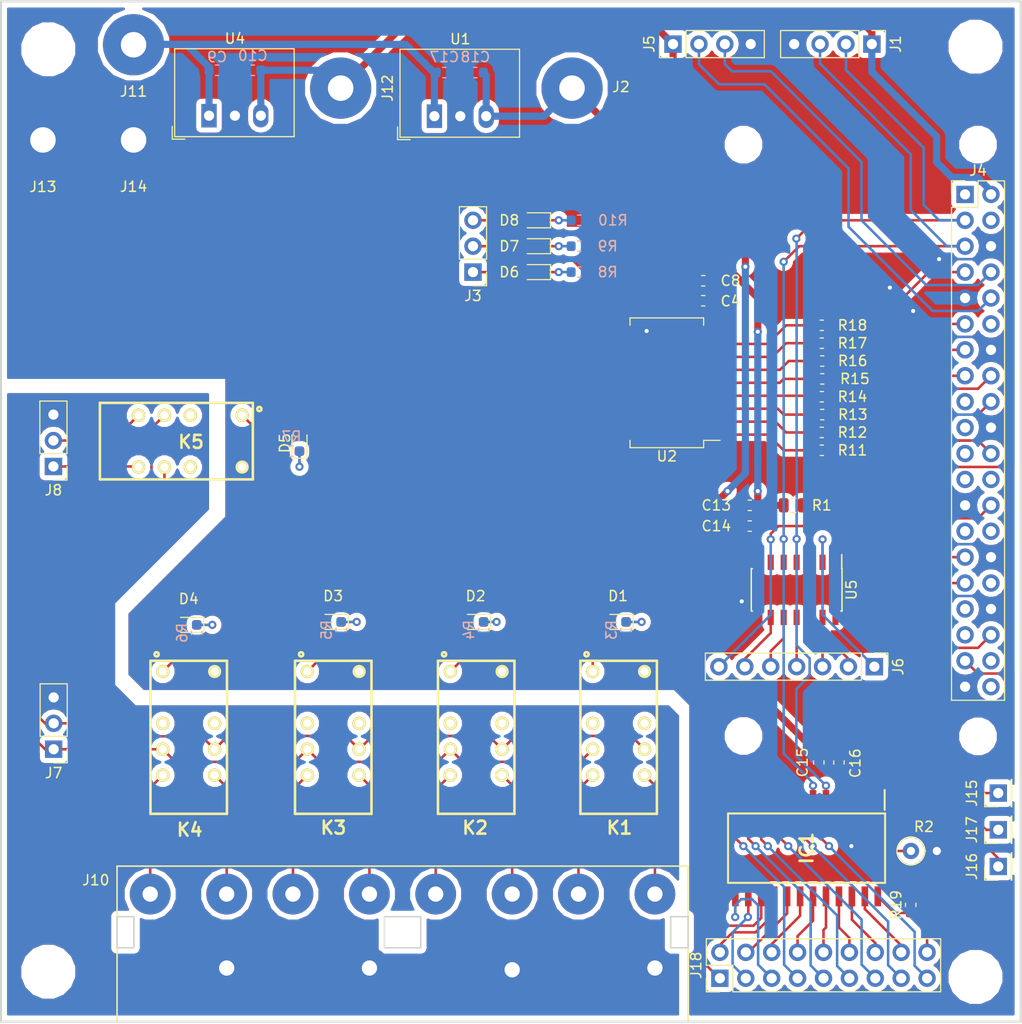
<source format=kicad_pcb>
(kicad_pcb (version 20171130) (host pcbnew 5.0.2+dfsg1-1)
  (layers (0 F.Cu signal) (31 B.Cu signal) (34 B.Paste user hide) (35 F.Paste user hide) (36 B.SilkS user) (37 F.SilkS user) (38 B.Mask user) (39 F.Mask user) (44 Edge.Cuts user))
  (net 0 "")
  (net 1 +5V)
  (net 2 GND)
  (net 3 +3V3)
  (net 4 "Net-(J4-Pad26)")
  (net 5 "Net-(J4-Pad27)")
  (net 6 "Net-(J4-Pad28)")
  (net 7 "Net-(J4-Pad32)")
  (net 8 "Net-(J4-Pad33)")
  (net 9 /IN5_L)
  (net 10 /IN5_R)
  (net 11 /IN1_R)
  (net 12 /IN1_L)
  (net 13 /IN2_R)
  (net 14 /IN2_L)
  (net 15 /IN3_R)
  (net 16 /IN3_L)
  (net 17 /IN4_R)
  (net 18 /IN4_L)
  (net 19 +12V)
  (net 20 "Net-(J4-Pad4)")
  (net 21 /TxD)
  (net 22 /RxD)
  (net 23 "Net-(J4-Pad17)")
  (net 24 /I2S_CLK)
  (net 25 /I2S_FS)
  (net 26 /I2S_DIN)
  (net 27 /I2S_DOUT)
  (net 28 "Net-(J6-Pad1)")
  (net 29 /SDA)
  (net 30 /SCL)
  (net 31 "Net-(J6-Pad6)")
  (net 32 "Net-(J6-Pad5)")
  (net 33 "Net-(J6-Pad4)")
  (net 34 "Net-(J6-Pad3)")
  (net 35 "Net-(J6-Pad2)")
  (net 36 "Net-(J16-Pad1)")
  (net 37 "Net-(J17-Pad1)")
  (net 38 "Net-(J15-Pad1)")
  (net 39 "Net-(IC1-Pad24)")
  (net 40 "Net-(IC1-Pad2)")
  (net 41 /LED_18)
  (net 42 /LED_1)
  (net 43 /LED_2)
  (net 44 /LED_3)
  (net 45 /LED_4)
  (net 46 /LED_5)
  (net 47 /LED_6)
  (net 48 /LED_7)
  (net 49 /LED_8)
  (net 50 /LED_9)
  (net 51 /LED_10)
  (net 52 /LED_11)
  (net 53 /LED_12)
  (net 54 /LED_13)
  (net 55 /LED_14)
  (net 56 /LED_15)
  (net 57 /LED_16)
  (net 58 /LED_17)
  (net 59 "Net-(D2-Pad1)")
  (net 60 "Net-(D3-Pad1)")
  (net 61 "Net-(D4-Pad1)")
  (net 62 "Net-(D5-Pad1)")
  (net 63 "Net-(D6-Pad1)")
  (net 64 "Net-(D7-Pad1)")
  (net 65 "Net-(D8-Pad1)")
  (net 66 "Net-(D1-Pad1)")
  (net 67 /Relay1_pi)
  (net 68 /Relay2_pi)
  (net 69 /Relay3_pi)
  (net 70 /Relay4_pi)
  (net 71 /Relay5_pi)
  (net 72 /Relay6_pi)
  (net 73 /Relay7_pi)
  (net 74 /Relay8_pi)
  (net 75 /Relay1_drv)
  (net 76 /Relay2_drv)
  (net 77 /Relay3_drv)
  (net 78 /Relay4_drv)
  (net 79 /Relay5_drv)
  (net 80 /Relay6_drv)
  (net 81 /Relay7_drv)
  (net 82 /Relay8_drv)
  (net 83 /Audio_Shield)
  (net 84 "Net-(K4-Pad2)")
  (net 85 /OUTR)
  (net 86 /OUTL)
  (net 87 "Net-(K4-Pad7)")
  (net 88 "Net-(K5-Pad7)")
  (net 89 "Net-(K5-Pad2)")
  (net 90 "Net-(K1-Pad2)")
  (net 91 "Net-(K1-Pad7)")
  (net 92 "Net-(K3-Pad7)")
  (net 93 "Net-(K3-Pad2)")
  (net 94 "Net-(K2-Pad2)")
  (net 95 "Net-(K2-Pad7)")
  (net 96 "Net-(J4-Pad1)")
  (net 97 "Net-(J4-Pad23)")
  (net 98 "Net-(J4-Pad19)")
  (net 99 "Net-(J4-Pad21)")
  (net 100 "Net-(J4-Pad24)")
  (net 101 "Net-(R14-Pad1)")
  (net 102 "Net-(R18-Pad1)")
  (net 103 "Net-(R17-Pad1)")
  (net 104 "Net-(R16-Pad1)")
  (net 105 "Net-(R15-Pad1)")
  (net 106 "Net-(R11-Pad1)")
  (net 107 "Net-(R12-Pad1)")
  (net 108 "Net-(R13-Pad1)")
  (module Resistor_SMD:R_0603_1608Metric (layer F.Cu) (at 210.5375 95.5)
    (fp_text reference R13 (at 3 0) (layer F.SilkS))
    (fp_text value 10k)
    (pad 1 smd roundrect (at -0.7875 0) (size 0.875 0.95) (layers F.Cu F.Paste F.Mask) (net 108 "Net-(R13-Pad1)"))
    (pad 2 smd roundrect (at 0.7875 0) (size 0.875 0.95) (layers F.Cu F.Paste F.Mask) (net 69 /Relay3_pi))
  )
  (module Resistor_SMD:R_0603_1608Metric (layer F.Cu) (at 210.5 97.25)
    (fp_text reference R12 (at 3 0) (layer F.SilkS))
    (fp_text value 10k)
    (pad 2 smd roundrect (at 0.7875 0) (size 0.875 0.95) (layers F.Cu F.Paste F.Mask) (net 68 /Relay2_pi))
    (pad 1 smd roundrect (at -0.7875 0) (size 0.875 0.95) (layers F.Cu F.Paste F.Mask) (net 107 "Net-(R12-Pad1)"))
  )
  (module Resistor_SMD:R_0603_1608Metric (layer F.Cu) (at 210.5 99)
    (fp_text reference R11 (at 3 0) (layer F.SilkS))
    (fp_text value 10k)
    (pad 1 smd roundrect (at -0.7875 0) (size 0.875 0.95) (layers F.Cu F.Paste F.Mask) (net 106 "Net-(R11-Pad1)"))
    (pad 2 smd roundrect (at 0.7875 0) (size 0.875 0.95) (layers F.Cu F.Paste F.Mask) (net 67 /Relay1_pi))
  )
  (module Resistor_SMD:R_0603_1608Metric (layer F.Cu) (at 210.5375 92)
    (fp_text reference R15 (at 3.2 0) (layer F.SilkS))
    (fp_text value 10k)
    (pad 2 smd roundrect (at 0.7875 0) (size 0.875 0.95) (layers F.Cu F.Paste F.Mask) (net 71 /Relay5_pi))
    (pad 1 smd roundrect (at -0.7875 0) (size 0.875 0.95) (layers F.Cu F.Paste F.Mask) (net 105 "Net-(R15-Pad1)"))
  )
  (module Resistor_SMD:R_0603_1608Metric (layer F.Cu) (at 210.5375 90.25)
    (fp_text reference R16 (at 2.984999 -0.015001) (layer F.SilkS))
    (fp_text value 10k)
    (pad 1 smd roundrect (at -0.7875 0) (size 0.875 0.95) (layers F.Cu F.Paste F.Mask) (net 104 "Net-(R16-Pad1)"))
    (pad 2 smd roundrect (at 0.7875 0) (size 0.875 0.95) (layers F.Cu F.Paste F.Mask) (net 72 /Relay6_pi))
  )
  (module Resistor_SMD:R_0603_1608Metric (layer F.Cu) (at 210.5 88.5)
    (fp_text reference R17 (at 3 0) (layer F.SilkS))
    (fp_text value 10k)
    (pad 2 smd roundrect (at 0.7875 0) (size 0.875 0.95) (layers F.Cu F.Paste F.Mask) (net 73 /Relay7_pi))
    (pad 1 smd roundrect (at -0.7875 0) (size 0.875 0.95) (layers F.Cu F.Paste F.Mask) (net 103 "Net-(R17-Pad1)"))
  )
  (module Resistor_SMD:R_0603_1608Metric (layer F.Cu) (at 210.5 86.75)
    (fp_text reference R18 (at 3 0) (layer F.SilkS))
    (fp_text value 10k)
    (pad 1 smd roundrect (at -0.7875 0) (size 0.875 0.95) (layers F.Cu F.Paste F.Mask) (net 102 "Net-(R18-Pad1)"))
    (pad 2 smd roundrect (at 0.7875 0) (size 0.875 0.95) (layers F.Cu F.Paste F.Mask) (net 74 /Relay8_pi))
  )
  (module Resistor_SMD:R_0603_1608Metric (layer F.Cu) (at 210.5 93.75)
    (fp_text reference R14 (at 3 0) (layer F.SilkS))
    (fp_text value 10k)
    (pad 2 smd roundrect (at 0.7875 0) (size 0.875 0.95) (layers F.Cu F.Paste F.Mask) (net 70 /Relay4_pi))
    (pad 1 smd roundrect (at -0.7875 0) (size 0.875 0.95) (layers F.Cu F.Paste F.Mask) (net 101 "Net-(R14-Pad1)"))
  )
  (module Resistor_SMD:R_0603_1608Metric (layer F.Cu) (at 219.215 143.5625 90)
    (fp_text reference R19 (at 0 -1.43 90) (layer F.SilkS))
    (fp_text value 10k)
    (pad 1 smd roundrect (at -0.7875 0 90) (size 0.875 0.95) (layers F.Cu F.Paste F.Mask) (net 39 "Net-(IC1-Pad24)"))
    (pad 2 smd roundrect (at 0.7875 0 90) (size 0.875 0.95) (layers F.Cu F.Paste F.Mask) (net 1 +5V))
  )
  (module Capacitor_SMD:C_0603_1608Metric (layer F.Cu) (at 212.175 129.6 270)
    (fp_text reference C16 (at 0.075 -1.6 270) (layer F.SilkS))
    (fp_text value 0.1u)
    (pad 1 smd roundrect (at -0.7875 0 270) (size 0.875 0.95) (layers F.Cu F.Paste F.Mask) (net 1 +5V))
    (pad 2 smd roundrect (at 0.7875 0 270) (size 0.875 0.95) (layers F.Cu F.Paste F.Mask) (net 2 GND))
  )
  (module Capacitor_SMD:C_0603_1608Metric (layer B.Cu) (at 176.518 61.976 180)
    (fp_text reference C18 (at 0 1.524 180) (layer B.SilkS) (effects (justify mirror)))
    (fp_text value 10u)
    (pad 2 smd roundrect (at 0.7875 0 180) (size 0.875 0.95) (layers B.Cu B.Paste B.Mask) (net 2 GND))
    (pad 1 smd roundrect (at -0.7875 0 180) (size 0.875 0.95) (layers B.Cu B.Paste B.Mask) (net 3 +3V3))
  )
  (module Capacitor_SMD:C_0603_1608Metric (layer F.Cu) (at 198.867895 84.341149 180)
    (fp_text reference C4 (at -2.679605 -0.042851 180) (layer F.SilkS))
    (fp_text value 10u)
    (pad 2 smd roundrect (at 0.7875 0 180) (size 0.875 0.95) (layers F.Cu F.Paste F.Mask) (net 2 GND))
    (pad 1 smd roundrect (at -0.7875 0 180) (size 0.875 0.95) (layers F.Cu F.Paste F.Mask) (net 3 +3V3))
  )
  (module Capacitor_SMD:C_0603_1608Metric (layer F.Cu) (at 198.867895 82.384 180)
    (fp_text reference C8 (at -2.679605 0 180) (layer F.SilkS))
    (fp_text value 0.1u)
    (pad 1 smd roundrect (at -0.7875 0 180) (size 0.875 0.95) (layers F.Cu F.Paste F.Mask) (net 3 +3V3))
    (pad 2 smd roundrect (at 0.7875 0 180) (size 0.875 0.95) (layers F.Cu F.Paste F.Mask) (net 2 GND))
  )
  (module Converter_DCDC:Converter_DCDC_RECOM_R-78E-0.5_THT (layer F.Cu) (at 172.5 66.25)
    (fp_text reference U1 (at 2.54 -7.56) (layer F.SilkS))
    (fp_text value R-78E3.3-0.5)
    (pad 1 thru_hole rect (at 0 0) (size 1.5 2.3) (drill 1) (layers *.Cu *.Mask) (net 19 +12V))
    (pad 2 thru_hole oval (at 2.54 0) (size 1.5 2.3) (drill 1) (layers *.Cu *.Mask) (net 2 GND))
    (pad 3 thru_hole oval (at 5.08 0) (size 1.5 2.3) (drill 1) (layers *.Cu *.Mask) (net 3 +3V3))
  )
  (module Capacitor_SMD:C_0603_1608Metric (layer B.Cu) (at 173.47 61.976)
    (fp_text reference C17 (at 0 -1.524) (layer B.SilkS) (effects (justify mirror)))
    (fp_text value 10u)
    (pad 1 smd roundrect (at -0.7875 0) (size 0.875 0.95) (layers B.Cu B.Paste B.Mask) (net 19 +12V))
    (pad 2 smd roundrect (at 0.7875 0) (size 0.875 0.95) (layers B.Cu B.Paste B.Mask) (net 2 GND))
  )
  (module Connector_PinHeader_2.54mm:PinHeader_1x03_P2.54mm_Vertical (layer F.Cu) (at 135.165 128.304 180)
    (fp_text reference J7 (at 0 -2.33 180) (layer F.SilkS))
    (fp_text value Conn_01x03)
    (pad 1 thru_hole rect (at 0 0 180) (size 1.7 1.7) (drill 1) (layers *.Cu *.Mask) (net 85 /OUTR))
    (pad 2 thru_hole oval (at 0 2.54 180) (size 1.7 1.7) (drill 1) (layers *.Cu *.Mask) (net 86 /OUTL))
    (pad 3 thru_hole oval (at 0 5.08 180) (size 1.7 1.7) (drill 1) (layers *.Cu *.Mask) (net 83 /Audio_Shield))
  )
  (module Connector_PinHeader_2.54mm:PinHeader_1x03_P2.54mm_Vertical (layer F.Cu) (at 135.1395 100.584 180)
    (fp_text reference J8 (at 0 -2.33 180) (layer F.SilkS))
    (fp_text value Conn_01x03)
    (pad 3 thru_hole oval (at 0 5.08 180) (size 1.7 1.7) (drill 1) (layers *.Cu *.Mask) (net 83 /Audio_Shield))
    (pad 2 thru_hole oval (at 0 2.54 180) (size 1.7 1.7) (drill 1) (layers *.Cu *.Mask) (net 10 /IN5_R))
    (pad 1 thru_hole rect (at 0 0 180) (size 1.7 1.7) (drill 1) (layers *.Cu *.Mask) (net 9 /IN5_L))
  )
  (module Connector_PinHeader_2.54mm:PinHeader_1x03_P2.54mm_Vertical (layer F.Cu) (at 176.2875 81.534 180)
    (fp_text reference J3 (at 0 -2.33 180) (layer F.SilkS))
    (fp_text value Conn_01x03)
    (pad 1 thru_hole rect (at 0 0 180) (size 1.7 1.7) (drill 1) (layers *.Cu *.Mask) (net 80 /Relay6_drv))
    (pad 2 thru_hole oval (at 0 2.54 180) (size 1.7 1.7) (drill 1) (layers *.Cu *.Mask) (net 81 /Relay7_drv))
    (pad 3 thru_hole oval (at 0 5.08 180) (size 1.7 1.7) (drill 1) (layers *.Cu *.Mask) (net 82 /Relay8_drv))
  )
  (module Connector_Wire:SolderWirePad_1x01_Drill2.5mm (layer F.Cu) (at 186 63.5)
    (fp_text reference J2 (at 4.7975 -0.116) (layer F.SilkS))
    (fp_text value Conn_01x01)
    (pad 1 thru_hole circle (at 0 0) (size 5.99948 5.99948) (drill 2.49936) (layers *.Cu *.Mask) (net 3 +3V3))
  )
  (module EC2-3NU:EC2-5NU (layer F.Cu) (at 180.3515 119.634 270)
    (fp_text reference K2 (at 16.366 3.8515) (layer F.SilkS) (effects (font (size 1.27 1.27) (thickness 0.254))))
    (fp_text value EC2-3NU hide)
    (pad 1 thru_hole circle (at 1.05 6.29) (size 1.3 1.3) (drill 0.8) (layers *.Cu *.Mask F.SilkS) (net 76 /Relay2_drv))
    (pad 2 thru_hole circle (at 6.13 6.29) (size 1.3 1.3) (drill 0.8) (layers *.Cu *.Mask F.SilkS) (net 94 "Net-(K2-Pad2)"))
    (pad 3 thru_hole circle (at 8.67 6.29) (size 1.3 1.3) (drill 0.8) (layers *.Cu *.Mask F.SilkS) (net 85 /OUTR))
    (pad 4 thru_hole circle (at 11.21 6.29) (size 1.3 1.3) (drill 0.8) (layers *.Cu *.Mask F.SilkS) (net 13 /IN2_R))
    (pad 5 thru_hole circle (at 11.21 1.21) (size 1.3 1.3) (drill 0.8) (layers *.Cu *.Mask F.SilkS) (net 14 /IN2_L))
    (pad 6 thru_hole circle (at 8.67 1.21) (size 1.3 1.3) (drill 0.8) (layers *.Cu *.Mask F.SilkS) (net 86 /OUTL))
    (pad 7 thru_hole circle (at 6.13 1.21) (size 1.3 1.3) (drill 0.8) (layers *.Cu *.Mask F.SilkS) (net 95 "Net-(K2-Pad7)"))
    (pad 8 thru_hole circle (at 1.05 1.21) (size 1.3 1.3) (drill 0.8) (layers *.Cu *.Mask F.SilkS) (net 2 GND))
  )
  (module EC2-3NU:EC2-5NU (layer F.Cu) (at 166.3315 119.634 270)
    (fp_text reference K3 (at 16.366 3.7315) (layer F.SilkS) (effects (font (size 1.27 1.27) (thickness 0.254))))
    (fp_text value EC2-3NU hide)
    (pad 8 thru_hole circle (at 1.05 1.21) (size 1.3 1.3) (drill 0.8) (layers *.Cu *.Mask F.SilkS) (net 2 GND))
    (pad 7 thru_hole circle (at 6.13 1.21) (size 1.3 1.3) (drill 0.8) (layers *.Cu *.Mask F.SilkS) (net 92 "Net-(K3-Pad7)"))
    (pad 6 thru_hole circle (at 8.67 1.21) (size 1.3 1.3) (drill 0.8) (layers *.Cu *.Mask F.SilkS) (net 86 /OUTL))
    (pad 5 thru_hole circle (at 11.21 1.21) (size 1.3 1.3) (drill 0.8) (layers *.Cu *.Mask F.SilkS) (net 16 /IN3_L))
    (pad 4 thru_hole circle (at 11.21 6.29) (size 1.3 1.3) (drill 0.8) (layers *.Cu *.Mask F.SilkS) (net 15 /IN3_R))
    (pad 3 thru_hole circle (at 8.67 6.29) (size 1.3 1.3) (drill 0.8) (layers *.Cu *.Mask F.SilkS) (net 85 /OUTR))
    (pad 2 thru_hole circle (at 6.13 6.29) (size 1.3 1.3) (drill 0.8) (layers *.Cu *.Mask F.SilkS) (net 93 "Net-(K3-Pad2)"))
    (pad 1 thru_hole circle (at 1.05 6.29) (size 1.3 1.3) (drill 0.8) (layers *.Cu *.Mask F.SilkS) (net 77 /Relay3_drv))
  )
  (module EC2-3NU:EC2-5NU (layer F.Cu) (at 194.3215 119.634 270)
    (fp_text reference K1 (at 16.366 3.671) (layer F.SilkS) (effects (font (size 1.27 1.27) (thickness 0.254))))
    (fp_text value EC2-3NU hide)
    (pad 1 thru_hole circle (at 1.05 6.29) (size 1.3 1.3) (drill 0.8) (layers *.Cu *.Mask F.SilkS) (net 75 /Relay1_drv))
    (pad 2 thru_hole circle (at 6.13 6.29) (size 1.3 1.3) (drill 0.8) (layers *.Cu *.Mask F.SilkS) (net 90 "Net-(K1-Pad2)"))
    (pad 3 thru_hole circle (at 8.67 6.29) (size 1.3 1.3) (drill 0.8) (layers *.Cu *.Mask F.SilkS) (net 85 /OUTR))
    (pad 4 thru_hole circle (at 11.21 6.29) (size 1.3 1.3) (drill 0.8) (layers *.Cu *.Mask F.SilkS) (net 11 /IN1_R))
    (pad 5 thru_hole circle (at 11.21 1.21) (size 1.3 1.3) (drill 0.8) (layers *.Cu *.Mask F.SilkS) (net 12 /IN1_L))
    (pad 6 thru_hole circle (at 8.67 1.21) (size 1.3 1.3) (drill 0.8) (layers *.Cu *.Mask F.SilkS) (net 86 /OUTL))
    (pad 7 thru_hole circle (at 6.13 1.21) (size 1.3 1.3) (drill 0.8) (layers *.Cu *.Mask F.SilkS) (net 91 "Net-(K1-Pad7)"))
    (pad 8 thru_hole circle (at 1.05 1.21) (size 1.3 1.3) (drill 0.8) (layers *.Cu *.Mask F.SilkS) (net 2 GND))
  )
  (module EC2-3NU:EC2-5NU (layer F.Cu) (at 154.6975 101.854 180)
    (fp_text reference K5 (at 6.061 3.671 180) (layer F.SilkS) (effects (font (size 1.27 1.27) (thickness 0.254))))
    (fp_text value EC2-3NU hide)
    (pad 8 thru_hole circle (at 1.05 1.21 270) (size 1.3 1.3) (drill 0.8) (layers *.Cu *.Mask F.SilkS) (net 2 GND))
    (pad 7 thru_hole circle (at 6.13 1.21 270) (size 1.3 1.3) (drill 0.8) (layers *.Cu *.Mask F.SilkS) (net 88 "Net-(K5-Pad7)"))
    (pad 6 thru_hole circle (at 8.67 1.21 270) (size 1.3 1.3) (drill 0.8) (layers *.Cu *.Mask F.SilkS) (net 86 /OUTL))
    (pad 5 thru_hole circle (at 11.21 1.21 270) (size 1.3 1.3) (drill 0.8) (layers *.Cu *.Mask F.SilkS) (net 9 /IN5_L))
    (pad 4 thru_hole circle (at 11.21 6.29 270) (size 1.3 1.3) (drill 0.8) (layers *.Cu *.Mask F.SilkS) (net 10 /IN5_R))
    (pad 3 thru_hole circle (at 8.67 6.29 270) (size 1.3 1.3) (drill 0.8) (layers *.Cu *.Mask F.SilkS) (net 85 /OUTR))
    (pad 2 thru_hole circle (at 6.13 6.29 270) (size 1.3 1.3) (drill 0.8) (layers *.Cu *.Mask F.SilkS) (net 89 "Net-(K5-Pad2)"))
    (pad 1 thru_hole circle (at 1.05 6.29 270) (size 1.3 1.3) (drill 0.8) (layers *.Cu *.Mask F.SilkS) (net 79 /Relay5_drv))
  )
  (module EC2-3NU:EC2-5NU (layer F.Cu) (at 152.1575 119.634 270)
    (fp_text reference K4 (at 16.566 3.6575) (layer F.SilkS) (effects (font (size 1.27 1.27) (thickness 0.254))))
    (fp_text value EC2-3NU hide)
    (pad 1 thru_hole circle (at 1.05 6.29) (size 1.3 1.3) (drill 0.8) (layers *.Cu *.Mask F.SilkS) (net 78 /Relay4_drv))
    (pad 2 thru_hole circle (at 6.13 6.29) (size 1.3 1.3) (drill 0.8) (layers *.Cu *.Mask F.SilkS) (net 84 "Net-(K4-Pad2)"))
    (pad 3 thru_hole circle (at 8.67 6.29) (size 1.3 1.3) (drill 0.8) (layers *.Cu *.Mask F.SilkS) (net 85 /OUTR))
    (pad 4 thru_hole circle (at 11.21 6.29) (size 1.3 1.3) (drill 0.8) (layers *.Cu *.Mask F.SilkS) (net 17 /IN4_R))
    (pad 5 thru_hole circle (at 11.21 1.21) (size 1.3 1.3) (drill 0.8) (layers *.Cu *.Mask F.SilkS) (net 18 /IN4_L))
    (pad 6 thru_hole circle (at 8.67 1.21) (size 1.3 1.3) (drill 0.8) (layers *.Cu *.Mask F.SilkS) (net 86 /OUTL))
    (pad 7 thru_hole circle (at 6.13 1.21) (size 1.3 1.3) (drill 0.8) (layers *.Cu *.Mask F.SilkS) (net 87 "Net-(K4-Pad7)"))
    (pad 8 thru_hole circle (at 1.05 1.21) (size 1.3 1.3) (drill 0.8) (layers *.Cu *.Mask F.SilkS) (net 2 GND))
  )
  (module LED_SMD:LED_0603_1608Metric (layer F.Cu) (at 182.409 81.534 180)
    (fp_text reference D6 (at 2.5655 0 180) (layer F.SilkS))
    (fp_text value LED)
    (pad 2 smd roundrect (at 0.7875 0 180) (size 0.875 0.95) (layers F.Cu F.Paste F.Mask) (net 80 /Relay6_drv))
    (pad 1 smd roundrect (at -0.7875 0 180) (size 0.875 0.95) (layers F.Cu F.Paste F.Mask) (net 63 "Net-(D6-Pad1)"))
  )
  (module LED_SMD:LED_0603_1608Metric (layer F.Cu) (at 182.409 78.994 180)
    (fp_text reference D7 (at 2.5655 0 180) (layer F.SilkS))
    (fp_text value LED)
    (pad 1 smd roundrect (at -0.7875 0 180) (size 0.875 0.95) (layers F.Cu F.Paste F.Mask) (net 64 "Net-(D7-Pad1)"))
    (pad 2 smd roundrect (at 0.7875 0 180) (size 0.875 0.95) (layers F.Cu F.Paste F.Mask) (net 81 /Relay7_drv))
  )
  (module LED_SMD:LED_0603_1608Metric (layer F.Cu) (at 182.409 76.454 180)
    (fp_text reference D8 (at 2.5655 0 180) (layer F.SilkS))
    (fp_text value LED)
    (pad 2 smd roundrect (at 0.7875 0 180) (size 0.875 0.95) (layers F.Cu F.Paste F.Mask) (net 82 /Relay8_drv))
    (pad 1 smd roundrect (at -0.7875 0 180) (size 0.875 0.95) (layers F.Cu F.Paste F.Mask) (net 65 "Net-(D8-Pad1)"))
  )
  (module LED_SMD:LED_0603_1608Metric (layer F.Cu) (at 148.4075 116.112 180)
    (fp_text reference D4 (at 0 2.54 180) (layer F.SilkS))
    (fp_text value LED)
    (pad 1 smd roundrect (at -0.7875 0 180) (size 0.875 0.95) (layers F.Cu F.Paste F.Mask) (net 61 "Net-(D4-Pad1)"))
    (pad 2 smd roundrect (at 0.7875 0 180) (size 0.875 0.95) (layers F.Cu F.Paste F.Mask) (net 78 /Relay4_drv))
  )
  (module LED_SMD:LED_0603_1608Metric (layer F.Cu) (at 162.5715 115.824 180)
    (fp_text reference D3 (at 0 2.54 180) (layer F.SilkS))
    (fp_text value LED)
    (pad 2 smd roundrect (at 0.7875 0 180) (size 0.875 0.95) (layers F.Cu F.Paste F.Mask) (net 77 /Relay3_drv))
    (pad 1 smd roundrect (at -0.7875 0 180) (size 0.875 0.95) (layers F.Cu F.Paste F.Mask) (net 60 "Net-(D3-Pad1)"))
  )
  (module LED_SMD:LED_0603_1608Metric (layer F.Cu) (at 176.5415 115.824 180)
    (fp_text reference D2 (at 0 2.54 180) (layer F.SilkS))
    (fp_text value LED)
    (pad 1 smd roundrect (at -0.7875 0 180) (size 0.875 0.95) (layers F.Cu F.Paste F.Mask) (net 59 "Net-(D2-Pad1)"))
    (pad 2 smd roundrect (at 0.7875 0 180) (size 0.875 0.95) (layers F.Cu F.Paste F.Mask) (net 76 /Relay2_drv))
  )
  (module LED_SMD:LED_0603_1608Metric (layer F.Cu) (at 159.2695 98.298 90)
    (fp_text reference D5 (at 0 -1.43 90) (layer F.SilkS))
    (fp_text value LED)
    (pad 2 smd roundrect (at 0.7875 0 90) (size 0.875 0.95) (layers F.Cu F.Paste F.Mask) (net 79 /Relay5_drv))
    (pad 1 smd roundrect (at -0.7875 0 90) (size 0.875 0.95) (layers F.Cu F.Paste F.Mask) (net 62 "Net-(D5-Pad1)"))
  )
  (module LED_SMD:LED_0603_1608Metric (layer F.Cu) (at 190.5115 115.824 180)
    (fp_text reference D1 (at 0 2.54 180) (layer F.SilkS))
    (fp_text value LED)
    (pad 1 smd roundrect (at -0.7875 0 180) (size 0.875 0.95) (layers F.Cu F.Paste F.Mask) (net 66 "Net-(D1-Pad1)"))
    (pad 2 smd roundrect (at 0.7875 0 180) (size 0.875 0.95) (layers F.Cu F.Paste F.Mask) (net 75 /Relay1_drv))
  )
  (module Package_SO:SOP-18_7.0x12.5mm_P1.27mm (layer F.Cu) (at 195.2975 92.384 180)
    (fp_text reference U2 (at 0 -7.2 180) (layer F.SilkS))
    (fp_text value TBD62783A)
    (pad 1 smd rect (at -4.3625 -5.08 180) (size 1.725 0.6) (layers F.Cu F.Paste F.Mask) (net 106 "Net-(R11-Pad1)"))
    (pad 2 smd rect (at -4.3625 -3.81 180) (size 1.725 0.6) (layers F.Cu F.Paste F.Mask) (net 107 "Net-(R12-Pad1)"))
    (pad 3 smd rect (at -4.3625 -2.54 180) (size 1.725 0.6) (layers F.Cu F.Paste F.Mask) (net 108 "Net-(R13-Pad1)"))
    (pad 4 smd rect (at -4.3625 -1.27 180) (size 1.725 0.6) (layers F.Cu F.Paste F.Mask) (net 101 "Net-(R14-Pad1)"))
    (pad 5 smd rect (at -4.3625 0 180) (size 1.725 0.6) (layers F.Cu F.Paste F.Mask) (net 105 "Net-(R15-Pad1)"))
    (pad 6 smd rect (at -4.3625 1.27 180) (size 1.725 0.6) (layers F.Cu F.Paste F.Mask) (net 104 "Net-(R16-Pad1)"))
    (pad 7 smd rect (at -4.3625 2.54 180) (size 1.725 0.6) (layers F.Cu F.Paste F.Mask) (net 103 "Net-(R17-Pad1)"))
    (pad 8 smd rect (at -4.3625 3.81 180) (size 1.725 0.6) (layers F.Cu F.Paste F.Mask) (net 102 "Net-(R18-Pad1)"))
    (pad 9 smd rect (at -4.3625 5.08 180) (size 1.725 0.6) (layers F.Cu F.Paste F.Mask) (net 3 +3V3))
    (pad 18 smd rect (at 4.3625 -5.08 180) (size 1.725 0.6) (layers F.Cu F.Paste F.Mask) (net 75 /Relay1_drv))
    (pad 17 smd rect (at 4.3625 -3.81 180) (size 1.725 0.6) (layers F.Cu F.Paste F.Mask) (net 76 /Relay2_drv))
    (pad 16 smd rect (at 4.3625 -2.54 180) (size 1.725 0.6) (layers F.Cu F.Paste F.Mask) (net 77 /Relay3_drv))
    (pad 15 smd rect (at 4.3625 -1.27 180) (size 1.725 0.6) (layers F.Cu F.Paste F.Mask) (net 78 /Relay4_drv))
    (pad 14 smd rect (at 4.3625 0 180) (size 1.725 0.6) (layers F.Cu F.Paste F.Mask) (net 79 /Relay5_drv))
    (pad 13 smd rect (at 4.3625 1.27 180) (size 1.725 0.6) (layers F.Cu F.Paste F.Mask) (net 80 /Relay6_drv))
    (pad 12 smd rect (at 4.3625 2.54 180) (size 1.725 0.6) (layers F.Cu F.Paste F.Mask) (net 81 /Relay7_drv))
    (pad 11 smd rect (at 4.3625 3.81 180) (size 1.725 0.6) (layers F.Cu F.Paste F.Mask) (net 82 /Relay8_drv))
    (pad 10 smd rect (at 4.3625 5.08 180) (size 1.725 0.6) (layers F.Cu F.Paste F.Mask) (net 2 GND))
  )
  (module Resistor_SMD:R_0603_1608Metric (layer B.Cu) (at 191.299 116.6115 270)
    (fp_text reference R3 (at 0 1.43 270) (layer B.SilkS) (effects (justify mirror)))
    (fp_text value 55)
    (pad 2 smd roundrect (at 0.7875 0 270) (size 0.875 0.95) (layers B.Cu B.Paste B.Mask) (net 2 GND))
    (pad 1 smd roundrect (at -0.7875 0 270) (size 0.875 0.95) (layers B.Cu B.Paste B.Mask) (net 66 "Net-(D1-Pad1)"))
  )
  (module Resistor_SMD:R_0603_1608Metric (layer B.Cu) (at 186.7015 76.454)
    (fp_text reference R10 (at 3.302 0) (layer B.SilkS) (effects (justify mirror)))
    (fp_text value 55)
    (pad 1 smd roundrect (at -0.7875 0) (size 0.875 0.95) (layers B.Cu B.Paste B.Mask) (net 65 "Net-(D8-Pad1)"))
    (pad 2 smd roundrect (at 0.7875 0) (size 0.875 0.95) (layers B.Cu B.Paste B.Mask) (net 2 GND))
  )
  (module Resistor_SMD:R_0603_1608Metric (layer B.Cu) (at 186.7015 78.994)
    (fp_text reference R9 (at 2.794 0) (layer B.SilkS) (effects (justify mirror)))
    (fp_text value 55)
    (pad 2 smd roundrect (at 0.7875 0) (size 0.875 0.95) (layers B.Cu B.Paste B.Mask) (net 2 GND))
    (pad 1 smd roundrect (at -0.7875 0) (size 0.875 0.95) (layers B.Cu B.Paste B.Mask) (net 64 "Net-(D7-Pad1)"))
  )
  (module Resistor_SMD:R_0603_1608Metric (layer B.Cu) (at 186.7015 81.534)
    (fp_text reference R8 (at 2.794 0) (layer B.SilkS) (effects (justify mirror)))
    (fp_text value 55)
    (pad 1 smd roundrect (at -0.7875 0) (size 0.875 0.95) (layers B.Cu B.Paste B.Mask) (net 63 "Net-(D6-Pad1)"))
    (pad 2 smd roundrect (at 0.7875 0) (size 0.875 0.95) (layers B.Cu B.Paste B.Mask) (net 2 GND))
  )
  (module Resistor_SMD:R_0603_1608Metric (layer B.Cu) (at 158.482 99.0855 180)
    (fp_text reference R7 (at 0 1.43 180) (layer B.SilkS) (effects (justify mirror)))
    (fp_text value 55)
    (pad 2 smd roundrect (at 0.7875 0 180) (size 0.875 0.95) (layers B.Cu B.Paste B.Mask) (net 2 GND))
    (pad 1 smd roundrect (at -0.7875 0 180) (size 0.875 0.95) (layers B.Cu B.Paste B.Mask) (net 62 "Net-(D5-Pad1)"))
  )
  (module Resistor_SMD:R_0603_1608Metric (layer B.Cu) (at 149.195 116.8995 270)
    (fp_text reference R6 (at 0 1.43 270) (layer B.SilkS) (effects (justify mirror)))
    (fp_text value 55)
    (pad 1 smd roundrect (at -0.7875 0 270) (size 0.875 0.95) (layers B.Cu B.Paste B.Mask) (net 61 "Net-(D4-Pad1)"))
    (pad 2 smd roundrect (at 0.7875 0 270) (size 0.875 0.95) (layers B.Cu B.Paste B.Mask) (net 2 GND))
  )
  (module Resistor_SMD:R_0603_1608Metric (layer B.Cu) (at 163.359 116.6115 270)
    (fp_text reference R5 (at 0 1.43 270) (layer B.SilkS) (effects (justify mirror)))
    (fp_text value 55)
    (pad 2 smd roundrect (at 0.7875 0 270) (size 0.875 0.95) (layers B.Cu B.Paste B.Mask) (net 2 GND))
    (pad 1 smd roundrect (at -0.7875 0 270) (size 0.875 0.95) (layers B.Cu B.Paste B.Mask) (net 60 "Net-(D3-Pad1)"))
  )
  (module Resistor_SMD:R_0603_1608Metric (layer B.Cu) (at 177.329 116.6115 270)
    (fp_text reference R4 (at 0 1.43 270) (layer B.SilkS) (effects (justify mirror)))
    (fp_text value 55)
    (pad 1 smd roundrect (at -0.7875 0 270) (size 0.875 0.95) (layers B.Cu B.Paste B.Mask) (net 59 "Net-(D2-Pad1)"))
    (pad 2 smd roundrect (at 0.7875 0 270) (size 0.875 0.95) (layers B.Cu B.Paste B.Mask) (net 2 GND))
  )
  (module Connector_PinHeader_2.54mm:PinHeader_2x09_P2.54mm_Vertical (layer F.Cu) (at 200.5 150.75 90)
    (fp_text reference J18 (at 1.27 -2.33 90) (layer F.SilkS))
    (fp_text value Conn_02x09_Odd_Even)
    (pad 1 thru_hole rect (at 0 0 90) (size 1.7 1.7) (drill 1) (layers *.Cu *.Mask) (net 50 /LED_9))
    (pad 2 thru_hole oval (at 2.54 0 90) (size 1.7 1.7) (drill 1) (layers *.Cu *.Mask) (net 51 /LED_10))
    (pad 3 thru_hole oval (at 0 2.54 90) (size 1.7 1.7) (drill 1) (layers *.Cu *.Mask) (net 49 /LED_8))
    (pad 4 thru_hole oval (at 2.54 2.54 90) (size 1.7 1.7) (drill 1) (layers *.Cu *.Mask) (net 52 /LED_11))
    (pad 5 thru_hole oval (at 0 5.08 90) (size 1.7 1.7) (drill 1) (layers *.Cu *.Mask) (net 48 /LED_7))
    (pad 6 thru_hole oval (at 2.54 5.08 90) (size 1.7 1.7) (drill 1) (layers *.Cu *.Mask) (net 53 /LED_12))
    (pad 7 thru_hole oval (at 0 7.62 90) (size 1.7 1.7) (drill 1) (layers *.Cu *.Mask) (net 47 /LED_6))
    (pad 8 thru_hole oval (at 2.54 7.62 90) (size 1.7 1.7) (drill 1) (layers *.Cu *.Mask) (net 54 /LED_13))
    (pad 9 thru_hole oval (at 0 10.16 90) (size 1.7 1.7) (drill 1) (layers *.Cu *.Mask) (net 46 /LED_5))
    (pad 10 thru_hole oval (at 2.54 10.16 90) (size 1.7 1.7) (drill 1) (layers *.Cu *.Mask) (net 55 /LED_14))
    (pad 11 thru_hole oval (at 0 12.7 90) (size 1.7 1.7) (drill 1) (layers *.Cu *.Mask) (net 45 /LED_4))
    (pad 12 thru_hole oval (at 2.54 12.7 90) (size 1.7 1.7) (drill 1) (layers *.Cu *.Mask) (net 56 /LED_15))
    (pad 13 thru_hole oval (at 0 15.24 90) (size 1.7 1.7) (drill 1) (layers *.Cu *.Mask) (net 44 /LED_3))
    (pad 14 thru_hole oval (at 2.54 15.24 90) (size 1.7 1.7) (drill 1) (layers *.Cu *.Mask) (net 57 /LED_16))
    (pad 15 thru_hole oval (at 0 17.78 90) (size 1.7 1.7) (drill 1) (layers *.Cu *.Mask) (net 43 /LED_2))
    (pad 16 thru_hole oval (at 2.54 17.78 90) (size 1.7 1.7) (drill 1) (layers *.Cu *.Mask) (net 58 /LED_17))
    (pad 17 thru_hole oval (at 0 20.32 90) (size 1.7 1.7) (drill 1) (layers *.Cu *.Mask) (net 42 /LED_1))
    (pad 18 thru_hole oval (at 2.54 20.32 90) (size 1.7 1.7) (drill 1) (layers *.Cu *.Mask) (net 41 /LED_18))
  )
  (module Capacitor_SMD:C_0603_1608Metric (layer F.Cu) (at 210.2 129.6 90)
    (fp_text reference C15 (at 0 -1.6 90) (layer F.SilkS))
    (fp_text value 10u)
    (pad 2 smd roundrect (at 0.7875 0 90) (size 0.875 0.95) (layers F.Cu F.Paste F.Mask) (net 1 +5V))
    (pad 1 smd roundrect (at -0.7875 0 90) (size 0.875 0.95) (layers F.Cu F.Paste F.Mask) (net 2 GND))
  )
  (module IS31FL3218-GRLS2:SOIC127P1036X265-24N (layer F.Cu) (at 209 138 270)
    (fp_text reference IC1 (at 0 0 270) (layer F.SilkS) (effects (font (size 1.27 1.27) (thickness 0.254))))
    (fp_text value IS31FL3218-GRLS2 hide)
    (pad 1 smd rect (at -4.725 -6.985) (size 0.65 1.95) (layers F.Cu F.Paste F.Mask) (net 41 /LED_18))
    (pad 2 smd rect (at -4.725 -5.715) (size 0.65 1.95) (layers F.Cu F.Paste F.Mask) (net 40 "Net-(IC1-Pad2)"))
    (pad 3 smd rect (at -4.725 -4.445) (size 0.65 1.95) (layers F.Cu F.Paste F.Mask) (net 1 +5V))
    (pad 4 smd rect (at -4.725 -3.175) (size 0.65 1.95) (layers F.Cu F.Paste F.Mask) (net 2 GND))
    (pad 5 smd rect (at -4.725 -1.905) (size 0.65 1.95) (layers F.Cu F.Paste F.Mask) (net 29 /SDA))
    (pad 6 smd rect (at -4.725 -0.635) (size 0.65 1.95) (layers F.Cu F.Paste F.Mask) (net 30 /SCL))
    (pad 7 smd rect (at -4.725 0.635) (size 0.65 1.95) (layers F.Cu F.Paste F.Mask) (net 42 /LED_1))
    (pad 8 smd rect (at -4.725 1.905) (size 0.65 1.95) (layers F.Cu F.Paste F.Mask) (net 43 /LED_2))
    (pad 9 smd rect (at -4.725 3.175) (size 0.65 1.95) (layers F.Cu F.Paste F.Mask) (net 44 /LED_3))
    (pad 10 smd rect (at -4.725 4.445) (size 0.65 1.95) (layers F.Cu F.Paste F.Mask) (net 45 /LED_4))
    (pad 11 smd rect (at -4.725 5.715) (size 0.65 1.95) (layers F.Cu F.Paste F.Mask) (net 46 /LED_5))
    (pad 12 smd rect (at -4.725 6.985) (size 0.65 1.95) (layers F.Cu F.Paste F.Mask) (net 47 /LED_6))
    (pad 13 smd rect (at 4.725 6.985) (size 0.65 1.95) (layers F.Cu F.Paste F.Mask) (net 48 /LED_7))
    (pad 14 smd rect (at 4.725 5.715) (size 0.65 1.95) (layers F.Cu F.Paste F.Mask) (net 49 /LED_8))
    (pad 15 smd rect (at 4.725 4.445) (size 0.65 1.95) (layers F.Cu F.Paste F.Mask) (net 50 /LED_9))
    (pad 16 smd rect (at 4.725 3.175) (size 0.65 1.95) (layers F.Cu F.Paste F.Mask) (net 51 /LED_10))
    (pad 17 smd rect (at 4.725 1.905) (size 0.65 1.95) (layers F.Cu F.Paste F.Mask) (net 52 /LED_11))
    (pad 18 smd rect (at 4.725 0.635) (size 0.65 1.95) (layers F.Cu F.Paste F.Mask) (net 53 /LED_12))
    (pad 19 smd rect (at 4.725 -0.635) (size 0.65 1.95) (layers F.Cu F.Paste F.Mask) (net 54 /LED_13))
    (pad 20 smd rect (at 4.725 -1.905) (size 0.65 1.95) (layers F.Cu F.Paste F.Mask) (net 55 /LED_14))
    (pad 21 smd rect (at 4.725 -3.175) (size 0.65 1.95) (layers F.Cu F.Paste F.Mask) (net 56 /LED_15))
    (pad 22 smd rect (at 4.725 -4.445) (size 0.65 1.95) (layers F.Cu F.Paste F.Mask) (net 57 /LED_16))
    (pad 23 smd rect (at 4.725 -5.715) (size 0.65 1.95) (layers F.Cu F.Paste F.Mask) (net 58 /LED_17))
    (pad 24 smd rect (at 4.725 -6.985) (size 0.65 1.95) (layers F.Cu F.Paste F.Mask) (net 39 "Net-(IC1-Pad24)"))
  )
  (module Resistor_THT:R_Axial_DIN0207_L6.3mm_D2.5mm_P2.54mm_Vertical (layer F.Cu) (at 219.235 138.275)
    (fp_text reference R2 (at 1.27 -2.37) (layer F.SilkS))
    (fp_text value 10k)
    (pad 1 thru_hole circle (at 0 0) (size 1.6 1.6) (drill 0.8) (layers *.Cu *.Mask) (net 40 "Net-(IC1-Pad2)"))
    (pad 2 thru_hole oval (at 2.54 0) (size 1.6 1.6) (drill 0.8) (layers *.Cu *.Mask) (net 2 GND))
  )
  (module Connector_PinHeader_2.54mm:PinHeader_1x01_P2.54mm_Vertical (layer F.Cu) (at 227.8 139.8 90)
    (fp_text reference J16 (at 0 -2.6 90) (layer F.SilkS))
    (fp_text value Conn_01x01)
    (pad 1 thru_hole rect (at 0 0 90) (size 1.7 1.7) (drill 1) (layers *.Cu *.Mask) (net 36 "Net-(J16-Pad1)"))
  )
  (module Connector_PinHeader_2.54mm:PinHeader_1x01_P2.54mm_Vertical (layer F.Cu) (at 227.8 132.6 90)
    (fp_text reference J15 (at 0 -2.6 90) (layer F.SilkS))
    (fp_text value Conn_01x01)
    (pad 1 thru_hole rect (at 0 0 90) (size 1.7 1.7) (drill 1) (layers *.Cu *.Mask) (net 38 "Net-(J15-Pad1)"))
  )
  (module Connector_PinHeader_2.54mm:PinHeader_1x01_P2.54mm_Vertical (layer F.Cu) (at 227.8 136.2 90)
    (fp_text reference J17 (at 0 -2.6 90) (layer F.SilkS))
    (fp_text value Conn_01x01)
    (pad 1 thru_hole rect (at 0 0 90) (size 1.7 1.7) (drill 1) (layers *.Cu *.Mask) (net 37 "Net-(J17-Pad1)"))
  )
  (module Connector_PinHeader_2.54mm:PinHeader_1x07_P2.54mm_Vertical (layer F.Cu) (at 215.646 120.208 270)
    (fp_text reference J6 (at 0 -2.33 270) (layer F.SilkS))
    (fp_text value Conn_01x07)
    (pad 1 thru_hole rect (at 0 0 270) (size 1.7 1.7) (drill 1) (layers *.Cu *.Mask) (net 28 "Net-(J6-Pad1)"))
    (pad 2 thru_hole oval (at 0 2.54 270) (size 1.7 1.7) (drill 1) (layers *.Cu *.Mask) (net 35 "Net-(J6-Pad2)"))
    (pad 3 thru_hole oval (at 0 5.08 270) (size 1.7 1.7) (drill 1) (layers *.Cu *.Mask) (net 34 "Net-(J6-Pad3)"))
    (pad 4 thru_hole oval (at 0 7.62 270) (size 1.7 1.7) (drill 1) (layers *.Cu *.Mask) (net 33 "Net-(J6-Pad4)"))
    (pad 5 thru_hole oval (at 0 10.16 270) (size 1.7 1.7) (drill 1) (layers *.Cu *.Mask) (net 32 "Net-(J6-Pad5)"))
    (pad 6 thru_hole oval (at 0 12.7 270) (size 1.7 1.7) (drill 1) (layers *.Cu *.Mask) (net 31 "Net-(J6-Pad6)"))
    (pad 7 thru_hole oval (at 0 15.24 270) (size 1.7 1.7) (drill 1) (layers *.Cu *.Mask) (net 4 "Net-(J4-Pad26)"))
  )
  (module Capacitor_SMD:C_0603_1608Metric (layer F.Cu) (at 203.4285 106.426 180)
    (fp_text reference C14 (at 3.2765 0 180) (layer F.SilkS))
    (fp_text value 0.1u)
    (pad 2 smd roundrect (at 0.7875 0 180) (size 0.875 0.95) (layers F.Cu F.Paste F.Mask) (net 2 GND))
    (pad 1 smd roundrect (at -0.7875 0 180) (size 0.875 0.95) (layers F.Cu F.Paste F.Mask) (net 3 +3V3))
  )
  (module Capacitor_SMD:C_0603_1608Metric (layer F.Cu) (at 203.4285 104.394 180)
    (fp_text reference C13 (at 3.2765 0 180) (layer F.SilkS))
    (fp_text value 10u)
    (pad 1 smd roundrect (at -0.7875 0 180) (size 0.875 0.95) (layers F.Cu F.Paste F.Mask) (net 3 +3V3))
    (pad 2 smd roundrect (at 0.7875 0 180) (size 0.875 0.95) (layers F.Cu F.Paste F.Mask) (net 2 GND))
  )
  (module Package_SO:SOIC-14_3.9x8.7mm_P1.27mm (layer F.Cu) (at 208.026 112.682 270)
    (fp_text reference U5 (at 0 -5.375 270) (layer F.SilkS))
    (fp_text value CAP1206-x-SL)
    (pad 1 smd rect (at -2.7 -3.81 270) (size 1.5 0.6) (layers F.Cu F.Paste F.Mask))
    (pad 2 smd rect (at -2.7 -2.54 270) (size 1.5 0.6) (layers F.Cu F.Paste F.Mask) (net 28 "Net-(J6-Pad1)"))
    (pad 3 smd rect (at -2.7 -1.27 270) (size 1.5 0.6) (layers F.Cu F.Paste F.Mask) (net 4 "Net-(J4-Pad26)"))
    (pad 4 smd rect (at -2.7 0 270) (size 1.5 0.6) (layers F.Cu F.Paste F.Mask) (net 29 /SDA))
    (pad 5 smd rect (at -2.7 1.27 270) (size 1.5 0.6) (layers F.Cu F.Paste F.Mask) (net 30 /SCL))
    (pad 6 smd rect (at -2.7 2.54 270) (size 1.5 0.6) (layers F.Cu F.Paste F.Mask))
    (pad 7 smd rect (at -2.7 3.81 270) (size 1.5 0.6) (layers F.Cu F.Paste F.Mask) (net 3 +3V3))
    (pad 8 smd rect (at 2.7 3.81 270) (size 1.5 0.6) (layers F.Cu F.Paste F.Mask) (net 2 GND))
    (pad 9 smd rect (at 2.7 2.54 270) (size 1.5 0.6) (layers F.Cu F.Paste F.Mask) (net 31 "Net-(J6-Pad6)"))
    (pad 10 smd rect (at 2.7 1.27 270) (size 1.5 0.6) (layers F.Cu F.Paste F.Mask) (net 32 "Net-(J6-Pad5)"))
    (pad 11 smd rect (at 2.7 0 270) (size 1.5 0.6) (layers F.Cu F.Paste F.Mask) (net 33 "Net-(J6-Pad4)"))
    (pad 12 smd rect (at 2.7 -1.27 270) (size 1.5 0.6) (layers F.Cu F.Paste F.Mask) (net 34 "Net-(J6-Pad3)"))
    (pad 13 smd rect (at 2.7 -2.54 270) (size 1.5 0.6) (layers F.Cu F.Paste F.Mask) (net 35 "Net-(J6-Pad2)"))
    (pad 14 smd rect (at 2.7 -3.81 270) (size 1.5 0.6) (layers F.Cu F.Paste F.Mask))
  )
  (module Resistor_SMD:R_0805_2012Metric (layer F.Cu) (at 207.6935 104.394 180)
    (fp_text reference R1 (at -2.794 0 180) (layer F.SilkS))
    (fp_text value 10k)
    (pad 1 smd roundrect (at -0.9375 0 180) (size 0.975 1.4) (layers F.Cu F.Paste F.Mask) (net 4 "Net-(J4-Pad26)"))
    (pad 2 smd roundrect (at 0.9375 0 180) (size 0.975 1.4) (layers F.Cu F.Paste F.Mask) (net 3 +3V3))
  )
  (module Libs:pjras4x2u (layer F.Cu) (at 141.38 155)
    (fp_text reference J10 (at -2.0825 -13.866) (layer F.SilkS))
    (fp_text value pjras4x2u)
    (pad S1 thru_hole circle (at 10.75 -5.25) (size 4 4) (drill 1.5) (layers *.Cu *.Mask) (net 83 /Audio_Shield))
    (pad S2 thru_hole circle (at 24.75 -5.25) (size 4 4) (drill 1.5) (layers *.Cu *.Mask) (net 83 /Audio_Shield))
    (pad S3 thru_hole circle (at 38.75 -5.08) (size 4 4) (drill 1.5) (layers *.Cu *.Mask) (net 83 /Audio_Shield))
    (pad S4 thru_hole circle (at 52.75 -5.25) (size 4 4) (drill 1.5) (layers *.Cu *.Mask) (net 83 /Audio_Shield))
    (pad L3 thru_hole circle (at 38.75 -12.5) (size 4 4) (drill 1.5) (layers *.Cu *.Mask) (net 14 /IN2_L))
    (pad L1 thru_hole circle (at 10.75 -12.5) (size 4 4) (drill 1.5) (layers *.Cu *.Mask) (net 18 /IN4_L))
    (pad L4 thru_hole circle (at 52.75 -12.5) (size 4 4) (drill 1.5) (layers *.Cu *.Mask) (net 12 /IN1_L))
    (pad L2 thru_hole circle (at 24.75 -12.5) (size 4 4) (drill 1.5) (layers *.Cu *.Mask) (net 16 /IN3_L))
    (pad R4 thru_hole circle (at 45.25 -12.5) (size 4 4) (drill 1.5) (layers *.Cu *.Mask) (net 11 /IN1_R))
    (pad R1 thru_hole circle (at 3.25 -12.5) (size 4 4) (drill 1.5) (layers *.Cu *.Mask) (net 17 /IN4_R))
    (pad R3 thru_hole circle (at 31.25 -12.5) (size 4 4) (drill 1.5) (layers *.Cu *.Mask) (net 13 /IN2_R))
    (pad R2 thru_hole circle (at 17.25 -12.5) (size 4 4) (drill 1.5) (layers *.Cu *.Mask) (net 15 /IN3_R))
  )
  (module Connector_PinHeader_2.54mm:PinHeader_1x04_P2.54mm_Vertical (layer F.Cu) (at 195.906 59.182 90)
    (fp_text reference J5 (at 0 -2.33 90) (layer F.SilkS))
    (fp_text value Conn_01x04)
    (pad 1 thru_hole rect (at 0 0 90) (size 1.7 1.7) (drill 1) (layers *.Cu *.Mask) (net 1 +5V))
    (pad 2 thru_hole oval (at 0 2.54 90) (size 1.7 1.7) (drill 1) (layers *.Cu *.Mask) (net 22 /RxD))
    (pad 3 thru_hole oval (at 0 5.08 90) (size 1.7 1.7) (drill 1) (layers *.Cu *.Mask) (net 21 /TxD))
    (pad 4 thru_hole oval (at 0 7.62 90) (size 1.7 1.7) (drill 1) (layers *.Cu *.Mask) (net 2 GND))
  )
  (module MountingHole:MountingHole_2.7mm (layer F.Cu) (at 202.8175 127)
    (fp_text reference H4 hide)
    (fp_text value MountingHole)
    (pad 1 np_thru_hole circle (at 0 0) (size 2.7 2.7) (drill 2.7) (layers *.Cu *.Mask))
  )
  (module MountingHole:MountingHole_2.7mm (layer F.Cu) (at 225.8175 127.044)
    (fp_text reference H1 hide)
    (fp_text value MountingHole)
    (pad 1 np_thru_hole circle (at 0 0) (size 2.7 2.7) (drill 2.7) (layers *.Cu *.Mask))
  )
  (module MountingHole:MountingHole_2.7mm (layer F.Cu) (at 202.8175 69.044)
    (fp_text reference H2 hide)
    (fp_text value MountingHole)
    (pad 1 np_thru_hole circle (at 0 0) (size 2.7 2.7) (drill 2.7) (layers *.Cu *.Mask))
  )
  (module MountingHole:MountingHole_2.7mm (layer F.Cu) (at 225.8175 69.044)
    (fp_text reference H3 hide)
    (fp_text value MountingHole)
    (pad 1 np_thru_hole circle (at 0 0) (size 2.7 2.7) (drill 2.7) (layers *.Cu *.Mask))
  )
  (module MountingHole:MountingHole_4.3mm_M4 (layer F.Cu) (at 225.5635 150.622)
    (fp_text reference H5 hide)
    (fp_text value MountingHole)
    (pad 1 np_thru_hole circle (at 0 0) (size 4.3 4.3) (drill 4.3) (layers *.Cu *.Mask))
  )
  (module MountingHole:MountingHole_4.3mm_M4 (layer F.Cu) (at 134.6315 150.114)
    (fp_text reference H6 hide)
    (fp_text value MountingHole)
    (pad 1 np_thru_hole circle (at 0 0) (size 4.3 4.3) (drill 4.3) (layers *.Cu *.Mask))
  )
  (module MountingHole:MountingHole_4.3mm_M4 (layer F.Cu) (at 225.5635 59.436)
    (fp_text reference H7 hide)
    (fp_text value MountingHole)
    (pad 1 np_thru_hole circle (at 0 0) (size 4.3 4.3) (drill 4.3) (layers *.Cu *.Mask))
  )
  (module MountingHole:MountingHole_4.3mm_M4 (layer F.Cu) (at 134.6315 59.69)
    (fp_text reference H8 hide)
    (fp_text value MountingHole)
    (pad 1 np_thru_hole circle (at 0 0) (size 4.3 4.3) (drill 4.3) (layers *.Cu *.Mask))
  )
  (module Connector_Wire:SolderWirePad_1x01_Drill2.5mm (layer F.Cu) (at 134.112 68.58 270)
    (fp_text reference J13 (at 4.596 0) (layer F.SilkS))
    (fp_text value Conn_01x01)
    (pad 1 thru_hole circle (at 0 0 270) (size 5.99948 5.99948) (drill 2.49936) (layers *.Cu *.Mask) (net 2 GND))
  )
  (module Connector_Wire:SolderWirePad_1x01_Drill2.5mm (layer F.Cu) (at 143 68.58 90)
    (fp_text reference J14 (at -4.576 0 180) (layer F.SilkS))
    (fp_text value Conn_01x01)
    (pad 1 thru_hole circle (at 0 0 90) (size 5.99948 5.99948) (drill 2.49936) (layers *.Cu *.Mask) (net 2 GND))
  )
  (module Connector_PinHeader_2.54mm:PinHeader_1x04_P2.54mm_Vertical (layer F.Cu) (at 215.4035 59.182 270)
    (fp_text reference J1 (at 0 -2.33 270) (layer F.SilkS))
    (fp_text value Conn_01x04)
    (pad 1 thru_hole rect (at 0 0 270) (size 1.7 1.7) (drill 1) (layers *.Cu *.Mask) (net 1 +5V))
    (pad 2 thru_hole oval (at 0 2.54 270) (size 1.7 1.7) (drill 1) (layers *.Cu *.Mask) (net 29 /SDA))
    (pad 3 thru_hole oval (at 0 5.08 270) (size 1.7 1.7) (drill 1) (layers *.Cu *.Mask) (net 30 /SCL))
    (pad 4 thru_hole oval (at 0 7.62 270) (size 1.7 1.7) (drill 1) (layers *.Cu *.Mask) (net 2 GND))
  )
  (module Connector_PinHeader_2.54mm:PinHeader_2x20_P2.54mm_Vertical (layer F.Cu) (at 224.5475 73.914)
    (fp_text reference J4 (at 1.27 -2.33) (layer F.SilkS))
    (fp_text value Raspberry_Pi_2_3)
    (pad 1 thru_hole rect (at 0 0) (size 1.7 1.7) (drill 1) (layers *.Cu *.Mask) (net 96 "Net-(J4-Pad1)"))
    (pad 2 thru_hole oval (at 2.54 0) (size 1.7 1.7) (drill 1) (layers *.Cu *.Mask) (net 1 +5V))
    (pad 3 thru_hole oval (at 0 2.54) (size 1.7 1.7) (drill 1) (layers *.Cu *.Mask) (net 29 /SDA))
    (pad 4 thru_hole oval (at 2.54 2.54) (size 1.7 1.7) (drill 1) (layers *.Cu *.Mask) (net 20 "Net-(J4-Pad4)"))
    (pad 5 thru_hole oval (at 0 5.08) (size 1.7 1.7) (drill 1) (layers *.Cu *.Mask) (net 30 /SCL))
    (pad 6 thru_hole oval (at 2.54 5.08) (size 1.7 1.7) (drill 1) (layers *.Cu *.Mask) (net 2 GND))
    (pad 7 thru_hole oval (at 0 7.62) (size 1.7 1.7) (drill 1) (layers *.Cu *.Mask) (net 74 /Relay8_pi))
    (pad 8 thru_hole oval (at 2.54 7.62) (size 1.7 1.7) (drill 1) (layers *.Cu *.Mask) (net 21 /TxD))
    (pad 9 thru_hole oval (at 0 10.16) (size 1.7 1.7) (drill 1) (layers *.Cu *.Mask) (net 2 GND))
    (pad 10 thru_hole oval (at 2.54 10.16) (size 1.7 1.7) (drill 1) (layers *.Cu *.Mask) (net 22 /RxD))
    (pad 11 thru_hole oval (at 0 12.7) (size 1.7 1.7) (drill 1) (layers *.Cu *.Mask) (net 73 /Relay7_pi))
    (pad 12 thru_hole oval (at 2.54 12.7) (size 1.7 1.7) (drill 1) (layers *.Cu *.Mask) (net 24 /I2S_CLK))
    (pad 13 thru_hole oval (at 0 15.24) (size 1.7 1.7) (drill 1) (layers *.Cu *.Mask) (net 72 /Relay6_pi))
    (pad 14 thru_hole oval (at 2.54 15.24) (size 1.7 1.7) (drill 1) (layers *.Cu *.Mask) (net 2 GND))
    (pad 15 thru_hole oval (at 0 17.78) (size 1.7 1.7) (drill 1) (layers *.Cu *.Mask) (net 71 /Relay5_pi))
    (pad 16 thru_hole oval (at 2.54 17.78) (size 1.7 1.7) (drill 1) (layers *.Cu *.Mask) (net 70 /Relay4_pi))
    (pad 17 thru_hole oval (at 0 20.32) (size 1.7 1.7) (drill 1) (layers *.Cu *.Mask) (net 23 "Net-(J4-Pad17)"))
    (pad 18 thru_hole oval (at 2.54 20.32) (size 1.7 1.7) (drill 1) (layers *.Cu *.Mask) (net 69 /Relay3_pi))
    (pad 19 thru_hole oval (at 0 22.86) (size 1.7 1.7) (drill 1) (layers *.Cu *.Mask) (net 98 "Net-(J4-Pad19)"))
    (pad 20 thru_hole oval (at 2.54 22.86) (size 1.7 1.7) (drill 1) (layers *.Cu *.Mask) (net 2 GND))
    (pad 21 thru_hole oval (at 0 25.4) (size 1.7 1.7) (drill 1) (layers *.Cu *.Mask) (net 99 "Net-(J4-Pad21)"))
    (pad 22 thru_hole oval (at 2.54 25.4) (size 1.7 1.7) (drill 1) (layers *.Cu *.Mask) (net 68 /Relay2_pi))
    (pad 23 thru_hole oval (at 0 27.94) (size 1.7 1.7) (drill 1) (layers *.Cu *.Mask) (net 97 "Net-(J4-Pad23)"))
    (pad 24 thru_hole oval (at 2.54 27.94) (size 1.7 1.7) (drill 1) (layers *.Cu *.Mask) (net 100 "Net-(J4-Pad24)"))
    (pad 25 thru_hole oval (at 0 30.48) (size 1.7 1.7) (drill 1) (layers *.Cu *.Mask) (net 2 GND))
    (pad 26 thru_hole oval (at 2.54 30.48) (size 1.7 1.7) (drill 1) (layers *.Cu *.Mask) (net 4 "Net-(J4-Pad26)"))
    (pad 27 thru_hole oval (at 0 33.02) (size 1.7 1.7) (drill 1) (layers *.Cu *.Mask) (net 5 "Net-(J4-Pad27)"))
    (pad 28 thru_hole oval (at 2.54 33.02) (size 1.7 1.7) (drill 1) (layers *.Cu *.Mask) (net 6 "Net-(J4-Pad28)"))
    (pad 29 thru_hole oval (at 0 35.56) (size 1.7 1.7) (drill 1) (layers *.Cu *.Mask) (net 36 "Net-(J16-Pad1)"))
    (pad 30 thru_hole oval (at 2.54 35.56) (size 1.7 1.7) (drill 1) (layers *.Cu *.Mask) (net 2 GND))
    (pad 31 thru_hole oval (at 0 38.1) (size 1.7 1.7) (drill 1) (layers *.Cu *.Mask) (net 37 "Net-(J17-Pad1)"))
    (pad 32 thru_hole oval (at 2.54 38.1) (size 1.7 1.7) (drill 1) (layers *.Cu *.Mask) (net 7 "Net-(J4-Pad32)"))
    (pad 33 thru_hole oval (at 0 40.64) (size 1.7 1.7) (drill 1) (layers *.Cu *.Mask) (net 8 "Net-(J4-Pad33)"))
    (pad 34 thru_hole oval (at 2.54 40.64) (size 1.7 1.7) (drill 1) (layers *.Cu *.Mask) (net 2 GND))
    (pad 35 thru_hole oval (at 0 43.18) (size 1.7 1.7) (drill 1) (layers *.Cu *.Mask) (net 25 /I2S_FS))
    (pad 36 thru_hole oval (at 2.54 43.18) (size 1.7 1.7) (drill 1) (layers *.Cu *.Mask) (net 38 "Net-(J15-Pad1)"))
    (pad 37 thru_hole oval (at 0 45.72) (size 1.7 1.7) (drill 1) (layers *.Cu *.Mask) (net 67 /Relay1_pi))
    (pad 38 thru_hole oval (at 2.54 45.72) (size 1.7 1.7) (drill 1) (layers *.Cu *.Mask) (net 26 /I2S_DIN))
    (pad 39 thru_hole oval (at 0 48.26) (size 1.7 1.7) (drill 1) (layers *.Cu *.Mask) (net 2 GND))
    (pad 40 thru_hole oval (at 2.54 48.26) (size 1.7 1.7) (drill 1) (layers *.Cu *.Mask) (net 27 /I2S_DOUT))
  )
  (module Capacitor_SMD:C_0603_1608Metric (layer B.Cu) (at 151.1875 61.748)
    (fp_text reference C9 (at 0 -1.296) (layer B.SilkS) (effects (justify mirror)))
    (fp_text value 10u)
    (pad 1 smd roundrect (at -0.7875 0) (size 0.875 0.95) (layers B.Cu B.Paste B.Mask) (net 19 +12V))
    (pad 2 smd roundrect (at 0.7875 0) (size 0.875 0.95) (layers B.Cu B.Paste B.Mask) (net 2 GND))
  )
  (module Capacitor_SMD:C_0603_1608Metric (layer B.Cu) (at 154.6925 61.748 180)
    (fp_text reference C10 (at 0 1.43 180) (layer B.SilkS) (effects (justify mirror)))
    (fp_text value 10u)
    (pad 2 smd roundrect (at 0.7875 0 180) (size 0.875 0.95) (layers B.Cu B.Paste B.Mask) (net 2 GND))
    (pad 1 smd roundrect (at -0.7875 0 180) (size 0.875 0.95) (layers B.Cu B.Paste B.Mask) (net 1 +5V))
  )
  (module Connector_Wire:SolderWirePad_1x01_Drill2.5mm (layer F.Cu) (at 143 59.25 90)
    (fp_text reference J11 (at -4.576 0 180) (layer F.SilkS))
    (fp_text value Conn_01x01)
    (pad 1 thru_hole circle (at 0 0 90) (size 5.99948 5.99948) (drill 2.49936) (layers *.Cu *.Mask) (net 19 +12V))
  )
  (module Connector_Wire:SolderWirePad_1x01_Drill2.5mm (layer F.Cu) (at 163.31 63.5)
    (fp_text reference J12 (at 4.596 0 90) (layer F.SilkS))
    (fp_text value Conn_01x01)
    (pad 1 thru_hole circle (at 0 0) (size 5.99948 5.99948) (drill 2.49936) (layers *.Cu *.Mask) (net 1 +5V))
  )
  (module Converter_DCDC:Converter_DCDC_RECOM_R-78E-0.5_THT (layer F.Cu) (at 150.4 66.2)
    (fp_text reference U4 (at 2.54 -7.56) (layer F.SilkS))
    (fp_text value R-78E5.0-0.5)
    (pad 1 thru_hole rect (at 0 0) (size 1.5 2.3) (drill 1) (layers *.Cu *.Mask) (net 19 +12V))
    (pad 2 thru_hole oval (at 2.54 0) (size 1.5 2.3) (drill 1) (layers *.Cu *.Mask) (net 2 GND))
    (pad 3 thru_hole oval (at 5.08 0) (size 1.5 2.3) (drill 1) (layers *.Cu *.Mask) (net 1 +5V))
  )
  (gr_line (start 141.38 144.713) (end 141.38 147.761) (layer Edge.Cuts) (width 0.15))
  (gr_line (start 143.031 144.713) (end 141.38 144.713) (layer Edge.Cuts) (width 0.15))
  (gr_line (start 143.031 147.761) (end 143.031 144.713) (layer Edge.Cuts) (width 0.15))
  (gr_line (start 141.38 147.761) (end 143.031 147.761) (layer Edge.Cuts) (width 0.15))
  (gr_line (start 167.6055 144.713) (end 167.6055 147.761) (layer Edge.Cuts) (width 0.15))
  (gr_line (start 171.1615 144.713) (end 167.6055 144.713) (layer Edge.Cuts) (width 0.15))
  (gr_line (start 171.1615 147.761) (end 171.1615 144.713) (layer Edge.Cuts) (width 0.15))
  (gr_line (start 167.6055 147.761) (end 171.1615 147.761) (layer Edge.Cuts) (width 0.15))
  (gr_line (start 195.6725 147.761) (end 195.6725 144.713) (layer Edge.Cuts) (width 0.15))
  (gr_line (start 197.387 147.761) (end 195.6725 147.761) (layer Edge.Cuts) (width 0.15))
  (gr_line (start 197.387 144.713) (end 197.387 147.761) (layer Edge.Cuts) (width 0.15))
  (gr_line (start 195.6725 144.713) (end 197.387 144.713) (layer Edge.Cuts) (width 0.15))
  (gr_line (start 230 55) (end 130 55) (layer Edge.Cuts) (width 0.2))
  (gr_line (start 230 155) (end 230 55) (layer Edge.Cuts) (width 0.2))
  (gr_line (start 130 155) (end 230 155) (layer Edge.Cuts) (width 0.2))
  (gr_line (start 130 55) (end 130 155) (layer Edge.Cuts) (width 0.2))
  (segment (start 155.48 66.2) (end 155.48 61.748) (width 0.7) (layer B.Cu) (net 1))
  (segment (start 161.558 61.748) (end 163.31 63.5) (width 0.7) (layer B.Cu) (net 1))
  (segment (start 155.48 61.748) (end 161.558 61.748) (width 0.7) (layer B.Cu) (net 1))
  (segment (start 213.445 133.275) (end 213.445 129.445) (width 0.7) (layer F.Cu) (net 1))
  (segment (start 212.8125 128.8125) (end 212.175 128.8125) (width 0.7) (layer F.Cu) (net 1))
  (segment (start 213.445 129.445) (end 212.8125 128.8125) (width 0.7) (layer F.Cu) (net 1))
  (segment (start 212.175 128.8125) (end 210.2 128.8125) (width 0.7) (layer F.Cu) (net 1))
  (via (at 203 81) (size 0.8) (drill 0.4) (layers F.Cu B.Cu) (net 1))
  (segment (start 203 101.2) (end 203 81) (width 0.7) (layer B.Cu) (net 1))
  (segment (start 203 81) (end 203 77.6) (width 0.7) (layer F.Cu) (net 1))
  (segment (start 195.906 70.506) (end 195.906 59.182) (width 0.7) (layer F.Cu) (net 1))
  (segment (start 203 77.6) (end 195.906 70.506) (width 0.7) (layer F.Cu) (net 1))
  (segment (start 215.4035 59.182) (end 215.4035 58.0035) (width 0.7) (layer F.Cu) (net 1))
  (segment (start 215.4035 58.0035) (end 214.2 56.8) (width 0.7) (layer F.Cu) (net 1))
  (segment (start 170.01 56.8) (end 167.6 59.21) (width 0.7) (layer F.Cu) (net 1))
  (segment (start 167.6 59.21) (end 163.31 63.5) (width 0.7) (layer F.Cu) (net 1))
  (segment (start 193.6 56.876) (end 193.6 56.8) (width 0.7) (layer F.Cu) (net 1))
  (segment (start 195.906 59.182) (end 193.6 56.876) (width 0.7) (layer F.Cu) (net 1))
  (segment (start 214.2 56.8) (end 193.6 56.8) (width 0.7) (layer F.Cu) (net 1))
  (segment (start 193.6 56.8) (end 170.01 56.8) (width 0.7) (layer F.Cu) (net 1))
  (via (at 201.25 103) (size 0.8) (drill 0.4) (layers F.Cu B.Cu) (net 1))
  (segment (start 201.25 103) (end 203 101.25) (width 0.7) (layer B.Cu) (net 1))
  (segment (start 203 101.25) (end 203 101.2) (width 0.7) (layer B.Cu) (net 1))
  (segment (start 204.3875 123) (end 210.2 128.8125) (width 0.7) (layer F.Cu) (net 1))
  (segment (start 199.2 123) (end 204.3875 123) (width 0.7) (layer F.Cu) (net 1))
  (segment (start 197.8 121.6) (end 199.2 123) (width 0.7) (layer F.Cu) (net 1))
  (segment (start 201.25 103) (end 197.8 106.45) (width 0.7) (layer F.Cu) (net 1))
  (segment (start 197.8 106.45) (end 197.8 121.6) (width 0.7) (layer F.Cu) (net 1))
  (segment (start 214.465 139.025) (end 218.215 142.775) (width 0.25) (layer F.Cu) (net 1))
  (segment (start 214.465 137.025) (end 214.465 139.025) (width 0.25) (layer F.Cu) (net 1))
  (segment (start 213.445 133.275) (end 213.445 136.005) (width 0.25) (layer F.Cu) (net 1))
  (segment (start 213.445 136.005) (end 214.465 137.025) (width 0.25) (layer F.Cu) (net 1))
  (segment (start 219.215 142.775) (end 218.215 142.775) (width 0.25) (layer F.Cu) (net 1))
  (segment (start 227.0875 73.914) (end 227.0875 73.5875) (width 0.7) (layer B.Cu) (net 1))
  (segment (start 227.0875 73.5875) (end 225.75 72.25) (width 0.7) (layer B.Cu) (net 1))
  (segment (start 225.75 72.25) (end 223.25 72.25) (width 0.7) (layer B.Cu) (net 1))
  (segment (start 223.25 72.25) (end 221.75 70.75) (width 0.7) (layer B.Cu) (net 1))
  (segment (start 221.75 70.75) (end 221.75 68.25) (width 0.7) (layer B.Cu) (net 1))
  (segment (start 215.4035 61.9035) (end 215.4035 59.182) (width 0.7) (layer B.Cu) (net 1))
  (segment (start 221.75 68.25) (end 215.4035 61.9035) (width 0.7) (layer B.Cu) (net 1))
  (segment (start 227.0875 78.994) (end 225.8175 80.264) (width 0.25) (layer B.Cu) (net 2))
  (segment (start 151.975 61.748) (end 153.905 61.748) (width 0.25) (layer B.Cu) (net 2))
  (segment (start 152.94 62.713) (end 151.975 61.748) (width 0.25) (layer B.Cu) (net 2))
  (segment (start 152.94 62.713) (end 153.905 61.748) (width 0.25) (layer B.Cu) (net 2))
  (segment (start 152.94 66.2) (end 152.94 67.2) (width 0.25) (layer B.Cu) (net 2))
  (segment (start 225.8175 80.264) (end 223.6585 80.264) (width 0.25) (layer B.Cu) (net 2))
  (segment (start 203.526 59.182) (end 207.7835 59.182) (width 0.25) (layer B.Cu) (net 2))
  (via (at 219.456 85.344) (size 0.8) (drill 0.4) (layers F.Cu B.Cu) (net 2))
  (segment (start 220.726 84.074) (end 219.456 85.344) (width 0.25) (layer F.Cu) (net 2))
  (segment (start 227.0875 89.154) (end 227.076 89.154) (width 0.25) (layer B.Cu) (net 2))
  (segment (start 227.076 89.154) (end 225.806 87.884) (width 0.25) (layer B.Cu) (net 2))
  (segment (start 225.806 87.884) (end 221.996 87.884) (width 0.25) (layer B.Cu) (net 2))
  (segment (start 227.0875 96.774) (end 227.076 96.774) (width 0.25) (layer B.Cu) (net 2))
  (segment (start 227.076 96.774) (end 225.806 95.504) (width 0.25) (layer B.Cu) (net 2))
  (segment (start 225.806 95.504) (end 223.012 95.504) (width 0.25) (layer B.Cu) (net 2))
  (segment (start 227.0875 109.474) (end 227.076 109.474) (width 0.25) (layer B.Cu) (net 2))
  (segment (start 227.076 109.474) (end 225.806 108.204) (width 0.25) (layer B.Cu) (net 2))
  (segment (start 225.806 108.204) (end 221.996 108.204) (width 0.25) (layer B.Cu) (net 2))
  (segment (start 227.0875 114.554) (end 227.076 114.554) (width 0.25) (layer B.Cu) (net 2))
  (segment (start 227.076 114.554) (end 225.806 113.284) (width 0.25) (layer B.Cu) (net 2))
  (segment (start 225.806 113.284) (end 221.996 113.284) (width 0.25) (layer B.Cu) (net 2))
  (segment (start 224.5475 104.394) (end 221.996 104.394) (width 0.25) (layer B.Cu) (net 2))
  (segment (start 224.5475 84.074) (end 221.996 84.074) (width 0.25) (layer F.Cu) (net 2))
  (via (at 221.996 80.264) (size 0.8) (drill 0.4) (layers F.Cu B.Cu) (net 2))
  (segment (start 223.6585 80.264) (end 221.996 80.264) (width 0.25) (layer B.Cu) (net 2))
  (segment (start 207.7835 60.452) (end 207.7835 59.182) (width 0.25) (layer B.Cu) (net 2))
  (segment (start 221.996 80.264) (end 217.9435 76.2115) (width 0.25) (layer B.Cu) (net 2))
  (segment (start 217.9435 70.612) (end 207.7835 60.452) (width 0.25) (layer B.Cu) (net 2))
  (segment (start 217.9435 76.2115) (end 217.9435 70.612) (width 0.25) (layer B.Cu) (net 2))
  (via (at 217.17 83.058) (size 0.8) (drill 0.4) (layers F.Cu B.Cu) (net 2))
  (segment (start 217.17 83.058) (end 219.964 80.264) (width 0.25) (layer F.Cu) (net 2))
  (segment (start 219.964 80.264) (end 221.996 80.264) (width 0.25) (layer F.Cu) (net 2))
  (segment (start 221.996 87.884) (end 221.996 94.234) (width 0.25) (layer B.Cu) (net 2))
  (segment (start 221.996 94.488) (end 223.012 95.504) (width 0.25) (layer B.Cu) (net 2))
  (segment (start 221.996 94.234) (end 221.996 94.488) (width 0.25) (layer B.Cu) (net 2))
  (segment (start 221.996 94.234) (end 221.996 104.394) (width 0.25) (layer B.Cu) (net 2))
  (segment (start 221.996 119.6225) (end 224.5475 122.174) (width 0.25) (layer B.Cu) (net 2))
  (segment (start 221.996 113.284) (end 221.996 119.6225) (width 0.25) (layer B.Cu) (net 2))
  (segment (start 221.996 84.074) (end 220.726 84.074) (width 0.25) (layer F.Cu) (net 2))
  (segment (start 221.996 104.394) (end 221.996 108.204) (width 0.25) (layer B.Cu) (net 2))
  (segment (start 221.996 108.204) (end 221.996 113.284) (width 0.25) (layer B.Cu) (net 2))
  (via (at 213.4 137.8) (size 0.8) (drill 0.4) (layers F.Cu B.Cu) (net 2))
  (segment (start 152.94 66.2) (end 152.94 62.41) (width 0.7) (layer B.Cu) (net 2))
  (segment (start 191.299 118.8715) (end 193.1115 120.684) (width 0.25) (layer B.Cu) (net 2))
  (segment (start 191.299 117.399) (end 191.299 118.8715) (width 0.25) (layer B.Cu) (net 2))
  (segment (start 177.329 118.8715) (end 179.1415 120.684) (width 0.25) (layer B.Cu) (net 2))
  (segment (start 177.329 117.399) (end 177.329 118.8715) (width 0.25) (layer B.Cu) (net 2))
  (segment (start 163.359 118.9215) (end 165.1215 120.684) (width 0.25) (layer B.Cu) (net 2))
  (segment (start 163.359 117.399) (end 163.359 118.9215) (width 0.25) (layer B.Cu) (net 2))
  (segment (start 155.206 99.0855) (end 153.6475 100.644) (width 0.25) (layer B.Cu) (net 2))
  (segment (start 157.6945 99.0855) (end 155.206 99.0855) (width 0.25) (layer B.Cu) (net 2))
  (segment (start 149.195 118.9315) (end 150.9475 120.684) (width 0.25) (layer B.Cu) (net 2))
  (segment (start 149.195 117.687) (end 149.195 118.9315) (width 0.25) (layer B.Cu) (net 2))
  (segment (start 174.3495 61.976) (end 174.2575 61.976) (width 0.25) (layer B.Cu) (net 2))
  (segment (start 175.04 62.6665) (end 174.3495 61.976) (width 0.25) (layer B.Cu) (net 2))
  (segment (start 152.94 67.266) (end 152.94 66.2) (width 0.7) (layer B.Cu) (net 2))
  (segment (start 151.626 68.58) (end 152.94 67.266) (width 0.7) (layer B.Cu) (net 2))
  (segment (start 151.626 68.58) (end 173.978 68.58) (width 0.7) (layer B.Cu) (net 2))
  (segment (start 175.04 67.518) (end 175.04 66.25) (width 0.7) (layer B.Cu) (net 2))
  (segment (start 173.978 68.58) (end 175.04 67.518) (width 0.7) (layer B.Cu) (net 2))
  (segment (start 175.04 62.6665) (end 175.7305 61.976) (width 0.7) (layer B.Cu) (net 2))
  (segment (start 175.04 66.25) (end 175.04 62.6665) (width 0.7) (layer B.Cu) (net 2))
  (segment (start 175.04 62.7585) (end 174.2575 61.976) (width 0.7) (layer B.Cu) (net 2))
  (segment (start 175.04 66.25) (end 175.04 62.7585) (width 0.7) (layer B.Cu) (net 2))
  (segment (start 174.2575 61.976) (end 175.7305 61.976) (width 0.7) (layer B.Cu) (net 2))
  (segment (start 153.602 61.748) (end 152.94 62.41) (width 0.7) (layer B.Cu) (net 2))
  (segment (start 153.905 61.748) (end 153.602 61.748) (width 0.7) (layer B.Cu) (net 2))
  (segment (start 152.278 61.748) (end 152.94 62.41) (width 0.7) (layer B.Cu) (net 2))
  (segment (start 151.975 61.748) (end 152.278 61.748) (width 0.7) (layer B.Cu) (net 2))
  (segment (start 151.975 61.748) (end 153.602 61.748) (width 0.7) (layer B.Cu) (net 2))
  (segment (start 202.641 113.807) (end 204.216 115.382) (width 0.7) (layer F.Cu) (net 2))
  (segment (start 202.641 106.426) (end 202.641 113.807) (width 0.7) (layer F.Cu) (net 2))
  (segment (start 202.641 106.426) (end 202.641 104.394) (width 0.7) (layer F.Cu) (net 2))
  (segment (start 194.566 88.554) (end 193.316 87.304) (width 0.7) (layer F.Cu) (net 2))
  (segment (start 194.566 96.482) (end 194.566 88.554) (width 0.7) (layer F.Cu) (net 2))
  (segment (start 190.935 87.304) (end 193.316 87.304) (width 0.7) (layer F.Cu) (net 2))
  (segment (start 195.117544 87.304) (end 198.080395 84.341149) (width 0.7) (layer F.Cu) (net 2))
  (segment (start 193.316 87.304) (end 195.117544 87.304) (width 0.7) (layer F.Cu) (net 2))
  (segment (start 198.080395 84.341149) (end 198.080395 82.384) (width 0.7) (layer F.Cu) (net 2))
  (segment (start 187.489 76.454) (end 187.489 78.994) (width 0.7) (layer B.Cu) (net 2))
  (segment (start 187.489 78.994) (end 187.489 81.534) (width 0.7) (layer B.Cu) (net 2))
  (segment (start 153.6475 117.984) (end 150.9475 120.684) (width 0.7) (layer B.Cu) (net 2))
  (segment (start 153.6475 111.982) (end 164.316 111.982) (width 0.7) (layer B.Cu) (net 2))
  (segment (start 153.6475 111.982) (end 153.6475 117.984) (width 0.7) (layer B.Cu) (net 2))
  (segment (start 153.6475 100.644) (end 153.6475 111.982) (width 0.7) (layer B.Cu) (net 2))
  (segment (start 164.316 111.982) (end 167.316 114.982) (width 0.7) (layer B.Cu) (net 2))
  (segment (start 167.316 118.4895) (end 165.1215 120.684) (width 0.7) (layer B.Cu) (net 2))
  (segment (start 167.316 114.982) (end 167.316 118.4895) (width 0.7) (layer B.Cu) (net 2))
  (segment (start 164.316 111.982) (end 179.066 111.982) (width 0.7) (layer B.Cu) (net 2))
  (segment (start 179.066 111.982) (end 181.316 114.232) (width 0.7) (layer B.Cu) (net 2))
  (segment (start 181.316 118.5095) (end 179.1415 120.684) (width 0.7) (layer B.Cu) (net 2))
  (segment (start 181.316 114.232) (end 181.316 118.5095) (width 0.7) (layer B.Cu) (net 2))
  (segment (start 179.066 111.982) (end 192.066 111.982) (width 0.7) (layer B.Cu) (net 2))
  (segment (start 192.066 111.982) (end 195.566 115.482) (width 0.7) (layer B.Cu) (net 2))
  (segment (start 195.566 118.2295) (end 193.1115 120.684) (width 0.7) (layer B.Cu) (net 2))
  (segment (start 195.566 115.482) (end 195.566 118.2295) (width 0.7) (layer B.Cu) (net 2))
  (via (at 202.641 113.807) (size 0.8) (drill 0.4) (layers F.Cu B.Cu) (net 2))
  (segment (start 195.566 115.482) (end 200.966 115.482) (width 0.7) (layer B.Cu) (net 2))
  (segment (start 200.966 115.482) (end 202.641 113.807) (width 0.7) (layer B.Cu) (net 2))
  (via (at 193.316 87.304) (size 0.8) (drill 0.4) (layers F.Cu B.Cu) (net 2))
  (segment (start 187.489 81.534) (end 187.546 81.534) (width 0.7) (layer B.Cu) (net 2))
  (segment (start 187.546 81.534) (end 193.316 87.304) (width 0.7) (layer B.Cu) (net 2))
  (segment (start 221.996 87.884) (end 219.456 85.344) (width 0.7) (layer B.Cu) (net 2))
  (segment (start 219.456 85.344) (end 217.17 83.058) (width 0.7) (layer B.Cu) (net 2))
  (segment (start 217.17 83.058) (end 208.862 74.75) (width 0.7) (layer B.Cu) (net 2))
  (segment (start 189.193 74.75) (end 187.489 76.454) (width 0.7) (layer B.Cu) (net 2))
  (segment (start 208.862 74.75) (end 189.193 74.75) (width 0.7) (layer B.Cu) (net 2))
  (segment (start 187.489 75.239) (end 187.489 76.454) (width 0.7) (layer B.Cu) (net 2))
  (segment (start 181.084 68.834) (end 187.489 75.239) (width 0.7) (layer B.Cu) (net 2))
  (segment (start 176.356 68.834) (end 181.084 68.834) (width 0.7) (layer B.Cu) (net 2))
  (segment (start 175.04 67.518) (end 176.356 68.834) (width 0.7) (layer B.Cu) (net 2))
  (segment (start 212.175 133.275) (end 212.175 130.3875) (width 0.7) (layer F.Cu) (net 2))
  (segment (start 212.175 130.3875) (end 210.2 130.3875) (width 0.7) (layer F.Cu) (net 2))
  (segment (start 195.2 120.684) (end 193.1115 120.684) (width 0.7) (layer F.Cu) (net 2))
  (segment (start 198.8 128.2) (end 198.8 124.284) (width 0.7) (layer F.Cu) (net 2))
  (segment (start 200.9875 130.3875) (end 198.8 128.2) (width 0.7) (layer F.Cu) (net 2))
  (segment (start 198.8 124.284) (end 195.2 120.684) (width 0.7) (layer F.Cu) (net 2))
  (segment (start 210.2 130.3875) (end 200.9875 130.3875) (width 0.7) (layer F.Cu) (net 2))
  (segment (start 212.175 136.575) (end 213.4 137.8) (width 0.7) (layer F.Cu) (net 2))
  (segment (start 212.175 133.275) (end 212.175 136.575) (width 0.7) (layer F.Cu) (net 2))
  (segment (start 215.8 140.2) (end 213.4 137.8) (width 0.7) (layer B.Cu) (net 2))
  (segment (start 151.626 68.58) (end 143 68.58) (width 0.7) (layer B.Cu) (net 2))
  (segment (start 143 68.58) (end 134.112 68.58) (width 0.7) (layer B.Cu) (net 2))
  (segment (start 215.8 140.2) (end 221.11 140.2) (width 0.7) (layer B.Cu) (net 2))
  (segment (start 221.775 139.535) (end 221.775 138.275) (width 0.7) (layer B.Cu) (net 2))
  (segment (start 221.11 140.2) (end 221.775 139.535) (width 0.7) (layer B.Cu) (net 2))
  (segment (start 202.641 104.394) (end 202.641 102.391) (width 0.7) (layer F.Cu) (net 2))
  (segment (start 199.416 99.166) (end 197.25 99.166) (width 0.7) (layer F.Cu) (net 2))
  (segment (start 202.641 102.391) (end 199.416 99.166) (width 0.7) (layer F.Cu) (net 2))
  (segment (start 197.25 99.166) (end 194.566 96.482) (width 0.7) (layer F.Cu) (net 2))
  (segment (start 177.58 62.2505) (end 177.3055 61.976) (width 0.7) (layer B.Cu) (net 3))
  (segment (start 177.58 66.25) (end 177.58 62.2505) (width 0.7) (layer B.Cu) (net 3))
  (segment (start 199.66 84.345754) (end 199.655395 84.341149) (width 0.7) (layer F.Cu) (net 3))
  (segment (start 199.66 87.304) (end 199.66 84.345754) (width 0.7) (layer F.Cu) (net 3))
  (segment (start 199.655395 84.341149) (end 199.655395 82.384) (width 0.7) (layer F.Cu) (net 3))
  (segment (start 199.655395 82.384) (end 199.655395 79.491895) (width 0.7) (layer F.Cu) (net 3))
  (via (at 204.216 87.376) (size 0.8) (drill 0.4) (layers F.Cu B.Cu) (net 3))
  (segment (start 204.216 109.982) (end 204.216 106.426) (width 0.7) (layer F.Cu) (net 3))
  (segment (start 204.216 106.426) (end 204.216 104.394) (width 0.7) (layer F.Cu) (net 3))
  (segment (start 206.756 104.394) (end 204.216 104.394) (width 0.7) (layer F.Cu) (net 3))
  (segment (start 204.216 99.822) (end 204.216 87.376) (width 0.7) (layer B.Cu) (net 3))
  (segment (start 204.216 84.0525) (end 199.655395 79.491895) (width 0.7) (layer F.Cu) (net 3))
  (segment (start 204.216 87.376) (end 204.216 84.0525) (width 0.7) (layer F.Cu) (net 3))
  (segment (start 183.25 66.25) (end 186 63.5) (width 0.7) (layer B.Cu) (net 3))
  (segment (start 177.58 66.25) (end 183.25 66.25) (width 0.7) (layer B.Cu) (net 3))
  (segment (start 199.655395 77.155395) (end 186 63.5) (width 0.7) (layer F.Cu) (net 3))
  (segment (start 199.655395 79.491895) (end 199.655395 77.155395) (width 0.7) (layer F.Cu) (net 3))
  (segment (start 204.216 99.822) (end 204.216 102.5) (width 0.7) (layer B.Cu) (net 3))
  (via (at 204.216 103) (size 0.8) (drill 0.4) (layers F.Cu B.Cu) (net 3))
  (segment (start 204.216 102.5) (end 204.216 103) (width 0.7) (layer B.Cu) (net 3))
  (segment (start 204.216 103) (end 204.216 104.394) (width 0.7) (layer F.Cu) (net 3))
  (segment (start 205.486 115.128) (end 200.406 120.208) (width 0.25) (layer B.Cu) (net 4))
  (segment (start 205.486 107.732) (end 205.486 115.128) (width 0.25) (layer B.Cu) (net 4))
  (via (at 205.486 107.732) (size 0.8) (drill 0.4) (layers F.Cu B.Cu) (net 4))
  (segment (start 205.486 107.732) (end 205.486 107.188) (width 0.25) (layer F.Cu) (net 4))
  (segment (start 205.486 107.188) (end 206.248 106.426) (width 0.25) (layer F.Cu) (net 4))
  (segment (start 209.296 106.472) (end 209.25 106.426) (width 0.25) (layer F.Cu) (net 4))
  (segment (start 209.296 109.982) (end 209.296 106.472) (width 0.25) (layer F.Cu) (net 4))
  (segment (start 206.248 106.426) (end 209.25 106.426) (width 0.25) (layer F.Cu) (net 4))
  (segment (start 209.25 105.013) (end 208.631 104.394) (width 0.25) (layer F.Cu) (net 4))
  (segment (start 209.25 106.426) (end 209.25 105.013) (width 0.25) (layer F.Cu) (net 4))
  (segment (start 227.076 104.394) (end 227.0875 104.394) (width 0.25) (layer F.Cu) (net 4))
  (segment (start 225.806 105.664) (end 227.076 104.394) (width 0.25) (layer F.Cu) (net 4))
  (segment (start 222.75 105.664) (end 225.806 105.664) (width 0.25) (layer F.Cu) (net 4))
  (segment (start 221.988 106.426) (end 222.75 105.664) (width 0.25) (layer F.Cu) (net 4))
  (segment (start 209.25 106.426) (end 221.988 106.426) (width 0.25) (layer F.Cu) (net 4))
  (segment (start 143.4275 100.584) (end 143.4875 100.644) (width 0.25) (layer F.Cu) (net 9))
  (segment (start 135.1395 100.584) (end 143.4275 100.584) (width 0.25) (layer F.Cu) (net 9))
  (segment (start 141.0075 98.044) (end 143.4875 95.564) (width 0.25) (layer F.Cu) (net 10))
  (segment (start 135.1395 98.044) (end 141.0075 98.044) (width 0.25) (layer F.Cu) (net 10))
  (segment (start 186.63 132.2455) (end 186.63 142.5) (width 0.25) (layer F.Cu) (net 11))
  (segment (start 188.0315 130.844) (end 186.63 132.2455) (width 0.25) (layer F.Cu) (net 11))
  (segment (start 194.13 131.8625) (end 194.13 142.5) (width 0.25) (layer F.Cu) (net 12))
  (segment (start 193.1115 130.844) (end 194.13 131.8625) (width 0.25) (layer F.Cu) (net 12))
  (segment (start 172.63 132.2755) (end 172.63 142.5) (width 0.25) (layer F.Cu) (net 13))
  (segment (start 174.0615 130.844) (end 172.63 132.2755) (width 0.25) (layer F.Cu) (net 13))
  (segment (start 180.13 131.8325) (end 180.13 142.5) (width 0.25) (layer F.Cu) (net 14))
  (segment (start 179.1415 130.844) (end 180.13 131.8325) (width 0.25) (layer F.Cu) (net 14))
  (segment (start 158.63 132.2555) (end 158.63 142.5) (width 0.25) (layer F.Cu) (net 15))
  (segment (start 160.0415 130.844) (end 158.63 132.2555) (width 0.25) (layer F.Cu) (net 15))
  (segment (start 166.13 131.8525) (end 166.13 142.5) (width 0.25) (layer F.Cu) (net 16))
  (segment (start 165.1215 130.844) (end 166.13 131.8525) (width 0.25) (layer F.Cu) (net 16))
  (segment (start 144.63 132.0815) (end 144.63 142.5) (width 0.25) (layer F.Cu) (net 17))
  (segment (start 145.8675 130.844) (end 144.63 132.0815) (width 0.25) (layer F.Cu) (net 17))
  (segment (start 152.13 132.0265) (end 152.13 142.5) (width 0.25) (layer F.Cu) (net 18))
  (segment (start 150.9475 130.844) (end 152.13 132.0265) (width 0.25) (layer F.Cu) (net 18))
  (segment (start 150.4 66.2) (end 150.4 61.748) (width 0.7) (layer B.Cu) (net 19))
  (segment (start 150.4 61.748) (end 150.4 61.45) (width 0.7) (layer B.Cu) (net 19))
  (segment (start 150.4 61.45) (end 148.158 59.208) (width 0.7) (layer B.Cu) (net 19))
  (segment (start 172.5 62.1585) (end 172.6825 61.976) (width 0.7) (layer B.Cu) (net 19))
  (segment (start 172.5 66.25) (end 172.5 62.1585) (width 0.7) (layer B.Cu) (net 19))
  (segment (start 172.6825 61.976) (end 172.454 61.976) (width 0.7) (layer B.Cu) (net 19))
  (segment (start 169.686 59.208) (end 148.158 59.208) (width 0.7) (layer B.Cu) (net 19))
  (segment (start 172.454 61.976) (end 169.686 59.208) (width 0.7) (layer B.Cu) (net 19))
  (segment (start 143.042 59.208) (end 143 59.25) (width 0.7) (layer B.Cu) (net 19))
  (segment (start 148.158 59.208) (end 143.042 59.208) (width 0.7) (layer B.Cu) (net 19))
  (segment (start 200.986 61.1475) (end 200.986 59.182) (width 0.25) (layer B.Cu) (net 21))
  (segment (start 201.6875 61.849) (end 200.986 61.1475) (width 0.25) (layer B.Cu) (net 21))
  (segment (start 225.8175 82.804) (end 220.7375 82.804) (width 0.25) (layer B.Cu) (net 21))
  (segment (start 220.7375 82.804) (end 214.3875 76.454) (width 0.25) (layer B.Cu) (net 21))
  (segment (start 214.3875 76.454) (end 214.3875 70.739) (width 0.25) (layer B.Cu) (net 21))
  (segment (start 227.0875 81.534) (end 225.8175 82.804) (width 0.25) (layer B.Cu) (net 21))
  (segment (start 214.3875 70.739) (end 205.4975 61.849) (width 0.25) (layer B.Cu) (net 21))
  (segment (start 205.4975 61.849) (end 201.6875 61.849) (width 0.25) (layer B.Cu) (net 21))
  (segment (start 198.446 61.1475) (end 200.4175 63.119) (width 0.25) (layer B.Cu) (net 22))
  (segment (start 200.4175 63.119) (end 204.8625 63.119) (width 0.25) (layer B.Cu) (net 22))
  (segment (start 204.8625 63.119) (end 213.1175 71.374) (width 0.25) (layer B.Cu) (net 22))
  (segment (start 213.1175 71.374) (end 213.1175 77.089) (width 0.25) (layer B.Cu) (net 22))
  (segment (start 213.1175 77.089) (end 221.3725 85.344) (width 0.25) (layer B.Cu) (net 22))
  (segment (start 225.8175 85.344) (end 227.0875 84.074) (width 0.25) (layer B.Cu) (net 22))
  (segment (start 221.3725 85.344) (end 225.8175 85.344) (width 0.25) (layer B.Cu) (net 22))
  (segment (start 198.446 61.1475) (end 198.446 59.182) (width 0.25) (layer B.Cu) (net 22))
  (via (at 210.566 107.732) (size 0.8) (drill 0.4) (layers F.Cu B.Cu) (net 28))
  (segment (start 210.566 109.982) (end 210.566 107.732) (width 0.25) (layer F.Cu) (net 28))
  (segment (start 210.566 115.128) (end 215.646 120.208) (width 0.25) (layer B.Cu) (net 28))
  (segment (start 210.566 107.732) (end 210.566 115.128) (width 0.25) (layer B.Cu) (net 28))
  (segment (start 220.4835 74.9415) (end 220.4835 69.342) (width 0.25) (layer B.Cu) (net 29))
  (segment (start 212.8635 61.722) (end 212.8635 59.182) (width 0.25) (layer B.Cu) (net 29))
  (segment (start 221.996 76.454) (end 220.4835 74.9415) (width 0.25) (layer B.Cu) (net 29))
  (segment (start 220.4835 69.342) (end 212.8635 61.722) (width 0.25) (layer B.Cu) (net 29))
  (segment (start 224.5475 76.454) (end 221.996 76.454) (width 0.25) (layer B.Cu) (net 29))
  (via (at 208.026 107.696) (size 0.8) (drill 0.4) (layers F.Cu B.Cu) (net 29))
  (segment (start 208.026 109.982) (end 208.026 107.696) (width 0.25) (layer F.Cu) (net 29))
  (segment (start 208.026 107.696) (end 208.026 78.232) (width 0.25) (layer B.Cu) (net 29))
  (segment (start 209.804 76.454) (end 224.5475 76.454) (width 0.25) (layer F.Cu) (net 29))
  (segment (start 209.55 76.708) (end 209.804 76.454) (width 0.25) (layer F.Cu) (net 29))
  (via (at 210.905 131.875) (size 0.8) (drill 0.4) (layers F.Cu B.Cu) (net 29))
  (segment (start 210.905 133.275) (end 210.905 131.875) (width 0.25) (layer F.Cu) (net 29))
  (segment (start 208.026 115.6) (end 208.026 107.696) (width 0.25) (layer B.Cu) (net 29))
  (segment (start 210.905 131.875) (end 208 128.97) (width 0.25) (layer B.Cu) (net 29))
  (segment (start 208 122.4) (end 209.305 121.095) (width 0.25) (layer B.Cu) (net 29))
  (segment (start 208 128.97) (end 208 122.4) (width 0.25) (layer B.Cu) (net 29))
  (segment (start 209.305 121.095) (end 209.305 119.4) (width 0.25) (layer B.Cu) (net 29))
  (segment (start 209.305 119.4) (end 208.026 118.121) (width 0.25) (layer B.Cu) (net 29))
  (segment (start 208.026 118.121) (end 208.026 115.6) (width 0.25) (layer B.Cu) (net 29))
  (segment (start 209.55 76.708) (end 209.542 76.708) (width 0.25) (layer F.Cu) (net 29))
  (via (at 208 78.25) (size 0.8) (drill 0.4) (layers F.Cu B.Cu) (net 29))
  (segment (start 209.542 76.708) (end 208 78.25) (width 0.25) (layer F.Cu) (net 29))
  (segment (start 210.3235 61.087) (end 210.3235 59.182) (width 0.25) (layer B.Cu) (net 30))
  (segment (start 219.2135 69.977) (end 210.3235 61.087) (width 0.25) (layer B.Cu) (net 30))
  (segment (start 219.2135 75.4495) (end 219.2135 69.977) (width 0.25) (layer B.Cu) (net 30))
  (segment (start 222.758 78.994) (end 219.2135 75.4495) (width 0.25) (layer B.Cu) (net 30))
  (segment (start 224.5475 78.994) (end 222.758 78.994) (width 0.25) (layer B.Cu) (net 30))
  (via (at 206.756 107.696) (size 0.8) (drill 0.4) (layers F.Cu B.Cu) (net 30))
  (segment (start 206.756 109.982) (end 206.756 107.696) (width 0.25) (layer F.Cu) (net 30))
  (via (at 206.756 80.518) (size 0.8) (drill 0.4) (layers F.Cu B.Cu) (net 30))
  (segment (start 206.756 80.518) (end 206.756 107.696) (width 0.25) (layer B.Cu) (net 30))
  (via (at 209.635 131.875) (size 0.8) (drill 0.4) (layers F.Cu B.Cu) (net 30))
  (segment (start 209.635 133.275) (end 209.635 131.875) (width 0.25) (layer F.Cu) (net 30))
  (segment (start 209.635 131.875) (end 209.635 131.605) (width 0.25) (layer B.Cu) (net 30))
  (segment (start 206.756 128.726) (end 206.756 107.696) (width 0.25) (layer B.Cu) (net 30))
  (segment (start 209.635 131.605) (end 206.756 128.726) (width 0.25) (layer B.Cu) (net 30))
  (segment (start 224.5475 78.994) (end 208.28 78.994) (width 0.25) (layer F.Cu) (net 30))
  (segment (start 208.28 78.994) (end 206.756 80.518) (width 0.25) (layer F.Cu) (net 30))
  (segment (start 202.946 120.208) (end 202.946 119.446) (width 0.25) (layer F.Cu) (net 31))
  (segment (start 205.486 116.906) (end 205.486 115.382) (width 0.25) (layer F.Cu) (net 31))
  (segment (start 202.946 119.446) (end 205.486 116.906) (width 0.25) (layer F.Cu) (net 31))
  (segment (start 205.486 120.208) (end 205.486 118.684) (width 0.25) (layer F.Cu) (net 32))
  (segment (start 206.756 117.414) (end 206.756 115.382) (width 0.25) (layer F.Cu) (net 32))
  (segment (start 205.486 118.684) (end 206.756 117.414) (width 0.25) (layer F.Cu) (net 32))
  (segment (start 208.026 120.208) (end 208.026 115.382) (width 0.25) (layer F.Cu) (net 33))
  (segment (start 210.566 120.208) (end 210.566 118.684) (width 0.25) (layer F.Cu) (net 34))
  (segment (start 209.296 117.414) (end 209.296 115.382) (width 0.25) (layer F.Cu) (net 34))
  (segment (start 210.566 118.684) (end 209.296 117.414) (width 0.25) (layer F.Cu) (net 34))
  (segment (start 213.106 120.208) (end 213.106 119.446) (width 0.25) (layer F.Cu) (net 35))
  (segment (start 210.566 116.906) (end 210.566 115.382) (width 0.25) (layer F.Cu) (net 35))
  (segment (start 213.106 119.446) (end 210.566 116.906) (width 0.25) (layer F.Cu) (net 35))
  (segment (start 222.25 109.474) (end 224.5475 109.474) (width 0.25) (layer F.Cu) (net 36))
  (segment (start 227.8 139.8) (end 227.8 139) (width 0.25) (layer F.Cu) (net 36))
  (segment (start 220.4 131.6) (end 220.4 111.324) (width 0.25) (layer F.Cu) (net 36))
  (segment (start 227.8 139) (end 220.4 131.6) (width 0.25) (layer F.Cu) (net 36))
  (segment (start 220.4 111.324) (end 222.25 109.474) (width 0.25) (layer F.Cu) (net 36))
  (segment (start 227.8 136.2) (end 226.6 136.2) (width 0.25) (layer F.Cu) (net 37))
  (segment (start 226.6 136.2) (end 221 130.6) (width 0.25) (layer F.Cu) (net 37))
  (segment (start 221 114.014) (end 223 112.014) (width 0.25) (layer F.Cu) (net 37))
  (segment (start 221 130.6) (end 221 114.014) (width 0.25) (layer F.Cu) (net 37))
  (segment (start 223 112.014) (end 224.5475 112.014) (width 0.25) (layer F.Cu) (net 37))
  (segment (start 225.8175 118.364) (end 227.0875 117.094) (width 0.25) (layer F.Cu) (net 38))
  (segment (start 222.316 118.364) (end 225.8175 118.364) (width 0.25) (layer F.Cu) (net 38))
  (segment (start 227.8 132.6) (end 224.4 132.6) (width 0.25) (layer F.Cu) (net 38))
  (segment (start 221.68 129.88) (end 221.68 119) (width 0.25) (layer F.Cu) (net 38))
  (segment (start 224.4 132.6) (end 221.68 129.88) (width 0.25) (layer F.Cu) (net 38))
  (segment (start 221.68 119) (end 222.316 118.364) (width 0.25) (layer F.Cu) (net 38))
  (segment (start 217.61 144.35) (end 215.985 142.725) (width 0.25) (layer F.Cu) (net 39))
  (segment (start 219.215 144.35) (end 217.61 144.35) (width 0.25) (layer F.Cu) (net 39))
  (segment (start 219.235 138.275) (end 217.715 138.275) (width 0.25) (layer F.Cu) (net 40))
  (segment (start 217.715 138.275) (end 217.215 137.775) (width 0.25) (layer F.Cu) (net 40))
  (segment (start 217.215 137.775) (end 217.215 131.775) (width 0.25) (layer F.Cu) (net 40))
  (segment (start 217.215 131.775) (end 216.465 131.025) (width 0.25) (layer F.Cu) (net 40))
  (segment (start 216.465 131.025) (end 215.465 131.025) (width 0.25) (layer F.Cu) (net 40))
  (segment (start 214.715 131.775) (end 214.715 133.275) (width 0.25) (layer F.Cu) (net 40))
  (segment (start 215.465 131.025) (end 214.715 131.775) (width 0.25) (layer F.Cu) (net 40))
  (segment (start 215.985 138.795) (end 215.985 133.275) (width 0.25) (layer F.Cu) (net 41))
  (segment (start 219.715 141.025) (end 218.215 141.025) (width 0.25) (layer F.Cu) (net 41))
  (segment (start 220.82 142.13) (end 219.715 141.025) (width 0.25) (layer F.Cu) (net 41))
  (segment (start 218.215 141.025) (end 215.985 138.795) (width 0.25) (layer F.Cu) (net 41))
  (segment (start 220.82 148.21) (end 220.82 142.13) (width 0.25) (layer F.Cu) (net 41))
  (via (at 211.2 137.8) (size 0.8) (drill 0.4) (layers F.Cu B.Cu) (net 42))
  (segment (start 208.365 133.275) (end 208.365 134.965) (width 0.25) (layer F.Cu) (net 42))
  (segment (start 208.365 134.965) (end 209 135.6) (width 0.25) (layer F.Cu) (net 42))
  (segment (start 219.6 149.53) (end 220.82 150.75) (width 0.25) (layer B.Cu) (net 42))
  (segment (start 219.6 146.2) (end 219.6 149.53) (width 0.25) (layer B.Cu) (net 42))
  (segment (start 212 138.6) (end 211.2 137.8) (width 0.25) (layer B.Cu) (net 42))
  (segment (start 212 138.6) (end 219.6 146.2) (width 0.25) (layer B.Cu) (net 42))
  (segment (start 209 135.6) (end 211.2 137.8) (width 0.25) (layer F.Cu) (net 42))
  (segment (start 218.28 150.75) (end 217 149.47) (width 0.25) (layer B.Cu) (net 43))
  (segment (start 217 149.47) (end 217 145.2) (width 0.25) (layer B.Cu) (net 43))
  (via (at 209.6 137.8) (size 0.8) (drill 0.4) (layers F.Cu B.Cu) (net 43))
  (segment (start 207.095 135.295) (end 207.095 133.275) (width 0.25) (layer F.Cu) (net 43))
  (segment (start 209.6 137.8) (end 207.095 135.295) (width 0.25) (layer F.Cu) (net 43))
  (segment (start 210.4 138.6) (end 209.6 137.8) (width 0.25) (layer B.Cu) (net 43))
  (segment (start 217 145.2) (end 210.4 138.6) (width 0.25) (layer B.Cu) (net 43))
  (via (at 207.2 137.8) (size 0.8) (drill 0.4) (layers F.Cu B.Cu) (net 44))
  (segment (start 205.825 133.275) (end 205.825 136.425) (width 0.25) (layer F.Cu) (net 44))
  (segment (start 205.825 136.425) (end 206 136.6) (width 0.25) (layer F.Cu) (net 44))
  (segment (start 214.4 149.41) (end 215.74 150.75) (width 0.25) (layer B.Cu) (net 44))
  (segment (start 214.4 145) (end 214.4 149.41) (width 0.25) (layer B.Cu) (net 44))
  (segment (start 206 136.6) (end 207.2 137.8) (width 0.25) (layer F.Cu) (net 44))
  (segment (start 207.2 137.8) (end 208.4 139) (width 0.25) (layer B.Cu) (net 44))
  (segment (start 208.2 138.8) (end 208.4 139) (width 0.25) (layer B.Cu) (net 44))
  (segment (start 208.4 139) (end 214.4 145) (width 0.25) (layer B.Cu) (net 44))
  (via (at 205.2 137.8) (size 0.8) (drill 0.4) (layers F.Cu B.Cu) (net 45))
  (segment (start 204.555 133.275) (end 204.555 137.155) (width 0.25) (layer F.Cu) (net 45))
  (segment (start 212 149.55) (end 213.2 150.75) (width 0.25) (layer B.Cu) (net 45))
  (segment (start 212 144.6) (end 212 149.55) (width 0.25) (layer B.Cu) (net 45))
  (segment (start 204.555 137.155) (end 205.2 137.8) (width 0.25) (layer F.Cu) (net 45))
  (segment (start 205.2 137.8) (end 212 144.6) (width 0.25) (layer B.Cu) (net 45))
  (via (at 204 137.8) (size 0.8) (drill 0.4) (layers F.Cu B.Cu) (net 46))
  (segment (start 203.285 133.275) (end 203.285 137.085) (width 0.25) (layer F.Cu) (net 46))
  (segment (start 204 137.8) (end 203.285 137.085) (width 0.25) (layer F.Cu) (net 46))
  (segment (start 209.4 149.49) (end 210.66 150.75) (width 0.25) (layer B.Cu) (net 46))
  (segment (start 204 137.8) (end 209.4 143.2) (width 0.25) (layer B.Cu) (net 46))
  (segment (start 209.4 143.2) (end 209.4 149.49) (width 0.25) (layer B.Cu) (net 46))
  (via (at 202.8 137.8) (size 0.8) (drill 0.4) (layers F.Cu B.Cu) (net 47))
  (segment (start 202.015 133.275) (end 202.015 137.015) (width 0.25) (layer F.Cu) (net 47))
  (segment (start 206.8 141.8) (end 204.4 139.4) (width 0.25) (layer B.Cu) (net 47))
  (segment (start 208.12 150.75) (end 206.8 149.43) (width 0.25) (layer B.Cu) (net 47))
  (segment (start 206.8 149.43) (end 206.8 141.8) (width 0.25) (layer B.Cu) (net 47))
  (segment (start 202.8 137.8) (end 202.015 137.015) (width 0.25) (layer F.Cu) (net 47))
  (segment (start 204.4 139.4) (end 202.8 137.8) (width 0.25) (layer B.Cu) (net 47))
  (segment (start 202.015 142.725) (end 202.015 144.735) (width 0.25) (layer F.Cu) (net 48))
  (segment (start 202.015 144.735) (end 202 144.75) (width 0.25) (layer F.Cu) (net 48))
  (via (at 202 144.75) (size 0.8) (drill 0.4) (layers F.Cu B.Cu) (net 48))
  (segment (start 202 143.6) (end 202 144.75) (width 0.25) (layer B.Cu) (net 48))
  (segment (start 205.58 150.75) (end 204.25 149.42) (width 0.25) (layer B.Cu) (net 48))
  (segment (start 203.65 143) (end 204.25 143.6) (width 0.25) (layer B.Cu) (net 48))
  (segment (start 202.6 143) (end 203.65 143) (width 0.25) (layer B.Cu) (net 48))
  (segment (start 204.25 149.42) (end 204.25 143.6) (width 0.25) (layer B.Cu) (net 48))
  (segment (start 202.6 143) (end 202 143.6) (width 0.25) (layer B.Cu) (net 48))
  (via (at 203.25 144.75) (size 0.8) (drill 0.4) (layers F.Cu B.Cu) (net 49))
  (segment (start 203.285 142.725) (end 203.285 144.715) (width 0.25) (layer F.Cu) (net 49))
  (segment (start 203.285 144.715) (end 203.25 144.75) (width 0.25) (layer F.Cu) (net 49))
  (segment (start 201.75 149.46) (end 203.04 150.75) (width 0.25) (layer B.Cu) (net 49))
  (segment (start 203.25 144.75) (end 201.75 146.25) (width 0.25) (layer B.Cu) (net 49))
  (segment (start 201.75 146.25) (end 201.75 149.46) (width 0.25) (layer B.Cu) (net 49))
  (segment (start 204.555 144.845) (end 204.555 142.725) (width 0.25) (layer F.Cu) (net 50))
  (segment (start 200.5 150.75) (end 200.44 150.75) (width 0.25) (layer F.Cu) (net 50))
  (segment (start 200.44 150.75) (end 198.965 149.275) (width 0.25) (layer F.Cu) (net 50))
  (segment (start 200.39 145.6) (end 203.8 145.6) (width 0.25) (layer F.Cu) (net 50))
  (segment (start 203.8 145.6) (end 204.555 144.845) (width 0.25) (layer F.Cu) (net 50))
  (segment (start 198.965 149.275) (end 198.965 147.025) (width 0.25) (layer F.Cu) (net 50))
  (segment (start 198.965 147.025) (end 200.39 145.6) (width 0.25) (layer F.Cu) (net 50))
  (segment (start 205.825 142.725) (end 205.825 143.675) (width 0.25) (layer F.Cu) (net 51))
  (segment (start 200.5 148.21) (end 200.5 147.5) (width 0.25) (layer F.Cu) (net 51))
  (segment (start 200.5 147.5) (end 201.75 146.25) (width 0.25) (layer F.Cu) (net 51))
  (segment (start 201.75 146.25) (end 204 146.25) (width 0.25) (layer F.Cu) (net 51))
  (segment (start 205.825 144.425) (end 205.825 142.725) (width 0.25) (layer F.Cu) (net 51))
  (segment (start 204 146.25) (end 205.825 144.425) (width 0.25) (layer F.Cu) (net 51))
  (segment (start 203.04 148.21) (end 203.28 148.21) (width 0.25) (layer F.Cu) (net 52))
  (segment (start 207.095 144.395) (end 207.095 142.725) (width 0.25) (layer F.Cu) (net 52))
  (segment (start 203.28 148.21) (end 207.095 144.395) (width 0.25) (layer F.Cu) (net 52))
  (segment (start 205.58 148.21) (end 205.58 147.41) (width 0.25) (layer F.Cu) (net 53))
  (segment (start 205.58 147.41) (end 208.365 144.625) (width 0.25) (layer F.Cu) (net 53))
  (segment (start 208.365 144.625) (end 208.365 144.025) (width 0.25) (layer F.Cu) (net 53))
  (segment (start 208.365 142.725) (end 208.365 144.025) (width 0.25) (layer F.Cu) (net 53))
  (segment (start 208.12 148.21) (end 208.12 146.62) (width 0.25) (layer F.Cu) (net 54))
  (segment (start 209.635 145.105) (end 209.635 144.525) (width 0.25) (layer F.Cu) (net 54))
  (segment (start 208.12 146.62) (end 209.635 145.105) (width 0.25) (layer F.Cu) (net 54))
  (segment (start 209.635 144.525) (end 209.635 142.725) (width 0.25) (layer F.Cu) (net 54))
  (segment (start 210.66 146.02) (end 210.905 145.775) (width 0.25) (layer F.Cu) (net 55))
  (segment (start 210.905 142.725) (end 210.905 145.775) (width 0.25) (layer F.Cu) (net 55))
  (segment (start 210.66 148.21) (end 210.66 146.02) (width 0.25) (layer F.Cu) (net 55))
  (segment (start 213.2 146.8) (end 212.175 145.775) (width 0.25) (layer F.Cu) (net 56))
  (segment (start 213.2 148.21) (end 213.2 146.8) (width 0.25) (layer F.Cu) (net 56))
  (segment (start 212.175 142.725) (end 212.175 145.775) (width 0.25) (layer F.Cu) (net 56))
  (segment (start 215.74 148.21) (end 215.74 147.3) (width 0.25) (layer F.Cu) (net 57))
  (segment (start 213.445 145.005) (end 213.445 144.275) (width 0.25) (layer F.Cu) (net 57))
  (segment (start 215.74 147.3) (end 213.445 145.005) (width 0.25) (layer F.Cu) (net 57))
  (segment (start 213.445 142.725) (end 213.445 144.275) (width 0.25) (layer F.Cu) (net 57))
  (segment (start 214.715 142.725) (end 214.715 143.965) (width 0.25) (layer F.Cu) (net 58))
  (segment (start 218.28 147.53) (end 218.28 148.21) (width 0.25) (layer F.Cu) (net 58))
  (segment (start 214.715 143.965) (end 218.28 147.53) (width 0.25) (layer F.Cu) (net 58))
  (via (at 178.599 115.824) (size 0.8) (drill 0.4) (layers F.Cu B.Cu) (net 59))
  (segment (start 177.329 115.824) (end 178.599 115.824) (width 0.25) (layer F.Cu) (net 59))
  (segment (start 178.599 115.824) (end 177.329 115.824) (width 0.25) (layer B.Cu) (net 59))
  (via (at 164.883 115.824) (size 0.8) (drill 0.4) (layers F.Cu B.Cu) (net 60))
  (segment (start 163.359 115.824) (end 164.883 115.824) (width 0.25) (layer B.Cu) (net 60))
  (segment (start 164.883 115.824) (end 163.359 115.824) (width 0.25) (layer F.Cu) (net 60))
  (via (at 150.719 116.112) (size 0.8) (drill 0.4) (layers F.Cu B.Cu) (net 61))
  (segment (start 149.195 116.112) (end 150.719 116.112) (width 0.25) (layer F.Cu) (net 61))
  (segment (start 150.719 116.112) (end 149.195 116.112) (width 0.25) (layer B.Cu) (net 61))
  (via (at 159.2695 100.6095) (size 0.8) (drill 0.4) (layers F.Cu B.Cu) (net 62))
  (segment (start 159.2695 99.0855) (end 159.2695 100.6095) (width 0.25) (layer F.Cu) (net 62))
  (segment (start 159.2695 100.6095) (end 159.2695 99.0855) (width 0.25) (layer B.Cu) (net 62))
  (via (at 184.695 81.534) (size 0.8) (drill 0.4) (layers F.Cu B.Cu) (net 63))
  (segment (start 185.914 81.534) (end 184.695 81.534) (width 0.25) (layer B.Cu) (net 63))
  (segment (start 184.695 81.534) (end 183.1965 81.534) (width 0.25) (layer F.Cu) (net 63))
  (via (at 184.695 78.994) (size 0.8) (drill 0.4) (layers F.Cu B.Cu) (net 64))
  (segment (start 183.1965 78.994) (end 184.695 78.994) (width 0.25) (layer F.Cu) (net 64))
  (segment (start 184.695 78.994) (end 185.914 78.994) (width 0.25) (layer B.Cu) (net 64))
  (via (at 184.695 76.454) (size 0.8) (drill 0.4) (layers F.Cu B.Cu) (net 65))
  (segment (start 183.1965 76.454) (end 184.695 76.454) (width 0.25) (layer F.Cu) (net 65))
  (segment (start 184.695 76.454) (end 185.914 76.454) (width 0.25) (layer B.Cu) (net 65))
  (via (at 192.823 115.824) (size 0.8) (drill 0.4) (layers F.Cu B.Cu) (net 66))
  (segment (start 191.299 115.824) (end 192.823 115.824) (width 0.25) (layer B.Cu) (net 66))
  (segment (start 192.823 115.824) (end 191.299 115.824) (width 0.25) (layer F.Cu) (net 66))
  (segment (start 224.5475 119.634) (end 224.5475 119.7975) (width 0.25) (layer F.Cu) (net 67))
  (segment (start 225.7975 120.884) (end 224.5475 119.634) (width 0.25) (layer F.Cu) (net 67))
  (segment (start 228.0475 120.884) (end 225.7975 120.884) (width 0.25) (layer F.Cu) (net 67))
  (segment (start 218.4135 99) (end 220.0475 100.634) (width 0.25) (layer F.Cu) (net 67))
  (segment (start 228.7975 101.384) (end 228.7975 120.134) (width 0.25) (layer F.Cu) (net 67))
  (segment (start 211.2875 99) (end 218.4135 99) (width 0.25) (layer F.Cu) (net 67))
  (segment (start 220.0475 100.634) (end 228.0475 100.634) (width 0.25) (layer F.Cu) (net 67))
  (segment (start 228.0475 100.634) (end 228.7975 101.384) (width 0.25) (layer F.Cu) (net 67))
  (segment (start 228.7975 120.134) (end 228.0475 120.884) (width 0.25) (layer F.Cu) (net 67))
  (segment (start 225.8175 98.044) (end 227.0875 99.314) (width 0.25) (layer F.Cu) (net 68))
  (segment (start 219.7645 98.044) (end 220.0475 98.044) (width 0.25) (layer F.Cu) (net 68))
  (segment (start 225.0475 98.044) (end 218.9575 98.044) (width 0.25) (layer F.Cu) (net 68))
  (segment (start 225.0475 98.044) (end 225.8175 98.044) (width 0.25) (layer F.Cu) (net 68))
  (segment (start 220.0475 98.044) (end 225.0475 98.044) (width 0.25) (layer F.Cu) (net 68))
  (segment (start 218.1635 97.25) (end 218.9575 98.044) (width 0.25) (layer F.Cu) (net 68))
  (segment (start 211.2875 97.25) (end 218.1635 97.25) (width 0.25) (layer F.Cu) (net 68))
  (segment (start 227.0875 94.234) (end 225.8175 95.504) (width 0.25) (layer F.Cu) (net 69))
  (segment (start 211.329 95.504) (end 211.325 95.5) (width 0.25) (layer F.Cu) (net 69))
  (segment (start 225.8175 95.504) (end 211.329 95.504) (width 0.25) (layer F.Cu) (net 69))
  (segment (start 227.0875 91.694) (end 225.8175 92.964) (width 0.25) (layer F.Cu) (net 70))
  (segment (start 225.8175 92.964) (end 217.9675 92.964) (width 0.25) (layer F.Cu) (net 70))
  (segment (start 217.1815 93.75) (end 217.9675 92.964) (width 0.25) (layer F.Cu) (net 70))
  (segment (start 211.2875 93.75) (end 217.1815 93.75) (width 0.25) (layer F.Cu) (net 70))
  (segment (start 224.5475 91.694) (end 217.7375 91.694) (width 0.25) (layer F.Cu) (net 71))
  (segment (start 217.4315 92) (end 217.7375 91.694) (width 0.25) (layer F.Cu) (net 71))
  (segment (start 211.325 92) (end 217.4315 92) (width 0.25) (layer F.Cu) (net 71))
  (segment (start 224.5475 89.154) (end 218.67 89.154) (width 0.25) (layer F.Cu) (net 72))
  (segment (start 217.574 90.25) (end 218.67 89.154) (width 0.25) (layer F.Cu) (net 72))
  (segment (start 211.325 90.25) (end 217.574 90.25) (width 0.25) (layer F.Cu) (net 72))
  (segment (start 224.5065 86.573) (end 224.5475 86.614) (width 0.25) (layer F.Cu) (net 73))
  (segment (start 218.5675 86.614) (end 224.5475 86.614) (width 0.25) (layer F.Cu) (net 73))
  (segment (start 216.6815 88.5) (end 218.5675 86.614) (width 0.25) (layer F.Cu) (net 73))
  (segment (start 211.2875 88.5) (end 216.6815 88.5) (width 0.25) (layer F.Cu) (net 73))
  (segment (start 220.98 81.534) (end 224.5475 81.534) (width 0.25) (layer F.Cu) (net 74))
  (segment (start 215.764 86.75) (end 211.2875 86.75) (width 0.25) (layer F.Cu) (net 74))
  (segment (start 217.75 84.764) (end 215.764 86.75) (width 0.25) (layer F.Cu) (net 74))
  (segment (start 217.75 84.764) (end 220.98 81.534) (width 0.25) (layer F.Cu) (net 74))
  (segment (start 188.0315 117.5165) (end 189.724 115.824) (width 0.25) (layer F.Cu) (net 75))
  (segment (start 188.0315 120.684) (end 188.0315 117.5165) (width 0.25) (layer F.Cu) (net 75))
  (segment (start 189.724 98.675) (end 190.935 97.464) (width 0.25) (layer F.Cu) (net 75))
  (segment (start 189.724 115.824) (end 189.724 98.675) (width 0.25) (layer F.Cu) (net 75))
  (segment (start 175.754 118.9915) (end 174.0615 120.684) (width 0.25) (layer F.Cu) (net 76))
  (segment (start 175.754 115.824) (end 175.754 118.9915) (width 0.25) (layer F.Cu) (net 76))
  (segment (start 190.935 96.194) (end 182.19 96.194) (width 0.25) (layer F.Cu) (net 76))
  (segment (start 175.754 102.63) (end 175.754 115.824) (width 0.25) (layer F.Cu) (net 76))
  (segment (start 182.19 96.194) (end 175.754 102.63) (width 0.25) (layer F.Cu) (net 76))
  (segment (start 161.784 118.9415) (end 160.0415 120.684) (width 0.25) (layer F.Cu) (net 77))
  (segment (start 161.784 115.824) (end 161.784 118.9415) (width 0.25) (layer F.Cu) (net 77))
  (segment (start 190.935 94.924) (end 175.84 94.924) (width 0.25) (layer F.Cu) (net 77))
  (segment (start 161.784 108.98) (end 161.784 115.824) (width 0.25) (layer F.Cu) (net 77))
  (segment (start 175.84 94.924) (end 161.784 108.98) (width 0.25) (layer F.Cu) (net 77))
  (segment (start 147.62 118.9315) (end 145.8675 120.684) (width 0.25) (layer F.Cu) (net 78))
  (segment (start 147.62 116.112) (end 147.62 118.9315) (width 0.25) (layer F.Cu) (net 78))
  (segment (start 168.982 93.654) (end 171.704 93.654) (width 0.25) (layer F.Cu) (net 78))
  (segment (start 147.62 115.016) (end 168.982 93.654) (width 0.25) (layer F.Cu) (net 78))
  (segment (start 171.704 93.654) (end 190.935 93.654) (width 0.25) (layer F.Cu) (net 78))
  (segment (start 147.62 116.112) (end 147.62 115.016) (width 0.25) (layer F.Cu) (net 78))
  (segment (start 164.396 92.384) (end 159.2695 97.5105) (width 0.25) (layer F.Cu) (net 79))
  (segment (start 190.935 92.384) (end 164.396 92.384) (width 0.25) (layer F.Cu) (net 79))
  (segment (start 155.594 97.5105) (end 153.6475 95.564) (width 0.25) (layer F.Cu) (net 79))
  (segment (start 159.2695 97.5105) (end 155.594 97.5105) (width 0.25) (layer F.Cu) (net 79))
  (segment (start 181.6215 81.534) (end 176.2875 81.534) (width 0.25) (layer F.Cu) (net 80))
  (segment (start 190.935 91.114) (end 189.195 91.114) (width 0.25) (layer F.Cu) (net 80))
  (segment (start 189.195 91.114) (end 185.965 87.884) (width 0.25) (layer F.Cu) (net 80))
  (segment (start 185.965 87.884) (end 185.965 84.074) (width 0.25) (layer F.Cu) (net 80))
  (segment (start 185.965 84.074) (end 184.695 82.804) (width 0.25) (layer F.Cu) (net 80))
  (segment (start 182.8915 82.804) (end 181.6215 81.534) (width 0.25) (layer F.Cu) (net 80))
  (segment (start 184.695 82.804) (end 182.8915 82.804) (width 0.25) (layer F.Cu) (net 80))
  (segment (start 181.6215 78.994) (end 176.2875 78.994) (width 0.25) (layer F.Cu) (net 81))
  (segment (start 190.935 89.844) (end 189.195 89.844) (width 0.25) (layer F.Cu) (net 81))
  (segment (start 189.195 89.844) (end 187.235 87.884) (width 0.25) (layer F.Cu) (net 81))
  (segment (start 187.235 87.884) (end 187.235 81.534) (width 0.25) (layer F.Cu) (net 81))
  (segment (start 187.235 81.534) (end 185.965 80.264) (width 0.25) (layer F.Cu) (net 81))
  (segment (start 182.8915 80.264) (end 181.6215 78.994) (width 0.25) (layer F.Cu) (net 81))
  (segment (start 185.965 80.264) (end 182.8915 80.264) (width 0.25) (layer F.Cu) (net 81))
  (segment (start 181.6215 76.454) (end 176.2875 76.454) (width 0.25) (layer F.Cu) (net 82))
  (segment (start 190.935 88.574) (end 189.195 88.574) (width 0.25) (layer F.Cu) (net 82))
  (segment (start 189.195 88.574) (end 188.505 87.884) (width 0.25) (layer F.Cu) (net 82))
  (segment (start 188.505 87.884) (end 188.505 78.994) (width 0.25) (layer F.Cu) (net 82))
  (segment (start 188.505 78.994) (end 187.235 77.724) (width 0.25) (layer F.Cu) (net 82))
  (segment (start 182.8915 77.724) (end 181.6215 76.454) (width 0.25) (layer F.Cu) (net 82))
  (segment (start 187.235 77.724) (end 182.8915 77.724) (width 0.25) (layer F.Cu) (net 82))
  (segment (start 180.13 149.92) (end 193.96 149.92) (width 0.25) (layer B.Cu) (net 83))
  (segment (start 135.1395 95.504) (end 134.044 95.504) (width 0.25) (layer B.Cu) (net 83))
  (segment (start 134.044 95.504) (end 132.566 96.982) (width 0.25) (layer B.Cu) (net 83))
  (segment (start 132.566 120.625) (end 135.165 123.224) (width 0.25) (layer B.Cu) (net 83))
  (segment (start 132.566 96.982) (end 132.566 120.625) (width 0.25) (layer B.Cu) (net 83))
  (segment (start 135.165 123.224) (end 138.058 123.224) (width 0.25) (layer B.Cu) (net 83))
  (segment (start 138.058 123.224) (end 139.066 124.232) (width 0.25) (layer B.Cu) (net 83))
  (segment (start 139.066 124.232) (end 139.066 147.732) (width 0.25) (layer B.Cu) (net 83))
  (segment (start 141.084 149.75) (end 152.13 149.75) (width 0.25) (layer B.Cu) (net 83))
  (segment (start 139.066 147.732) (end 141.084 149.75) (width 0.25) (layer B.Cu) (net 83))
  (segment (start 166.13 149.75) (end 152.13 149.75) (width 0.25) (layer B.Cu) (net 83))
  (segment (start 166.3 149.92) (end 166.13 149.75) (width 0.25) (layer B.Cu) (net 83))
  (segment (start 180.13 149.92) (end 166.3 149.92) (width 0.25) (layer B.Cu) (net 83))
  (segment (start 146.0275 95.564) (end 145.5875 95.564) (width 0.25) (layer F.Cu) (net 85))
  (segment (start 144.7575 96.834) (end 146.0275 95.564) (width 0.25) (layer F.Cu) (net 85))
  (segment (start 144.7575 101.914) (end 144.7575 96.834) (width 0.25) (layer F.Cu) (net 85))
  (segment (start 132.0575 114.614) (end 144.7575 101.914) (width 0.25) (layer F.Cu) (net 85))
  (segment (start 132.0575 126.044) (end 132.0575 114.614) (width 0.25) (layer F.Cu) (net 85))
  (segment (start 134.3175 128.304) (end 132.0575 126.044) (width 0.25) (layer F.Cu) (net 85))
  (segment (start 135.165 128.304) (end 134.3175 128.304) (width 0.25) (layer F.Cu) (net 85))
  (segment (start 145.8675 128.304) (end 135.165 128.304) (width 0.25) (layer F.Cu) (net 85))
  (segment (start 188.0315 128.304) (end 186.7955 129.54) (width 0.25) (layer F.Cu) (net 85))
  (segment (start 175.2975 129.54) (end 174.0615 128.304) (width 0.25) (layer F.Cu) (net 85))
  (segment (start 186.7955 129.54) (end 175.2975 129.54) (width 0.25) (layer F.Cu) (net 85))
  (segment (start 174.0615 128.304) (end 172.8255 129.54) (width 0.25) (layer F.Cu) (net 85))
  (segment (start 161.2775 129.54) (end 160.0415 128.304) (width 0.25) (layer F.Cu) (net 85))
  (segment (start 172.8255 129.54) (end 161.2775 129.54) (width 0.25) (layer F.Cu) (net 85))
  (segment (start 160.0415 128.304) (end 158.8055 129.54) (width 0.25) (layer F.Cu) (net 85))
  (segment (start 147.1035 129.54) (end 145.8675 128.304) (width 0.25) (layer F.Cu) (net 85))
  (segment (start 158.8055 129.54) (end 147.1035 129.54) (width 0.25) (layer F.Cu) (net 85))
  (segment (start 138.2475 127.034) (end 136.9775 125.764) (width 0.25) (layer F.Cu) (net 86))
  (segment (start 136.9775 125.764) (end 135.165 125.764) (width 0.25) (layer F.Cu) (net 86))
  (segment (start 146.0275 102.168) (end 146.0275 100.644) (width 0.25) (layer F.Cu) (net 86))
  (segment (start 133.3275 114.868) (end 146.0275 102.168) (width 0.25) (layer F.Cu) (net 86))
  (segment (start 133.3275 124.774) (end 133.3275 114.868) (width 0.25) (layer F.Cu) (net 86))
  (segment (start 134.3175 125.764) (end 133.3275 124.774) (width 0.25) (layer F.Cu) (net 86))
  (segment (start 135.165 125.764) (end 134.3175 125.764) (width 0.25) (layer F.Cu) (net 86))
  (segment (start 149.6775 127.034) (end 138.2475 127.034) (width 0.25) (layer F.Cu) (net 86))
  (segment (start 150.9475 128.304) (end 149.6775 127.034) (width 0.25) (layer F.Cu) (net 86))
  (segment (start 165.1215 128.304) (end 163.8175 127) (width 0.25) (layer F.Cu) (net 86))
  (segment (start 152.2515 127) (end 150.9475 128.304) (width 0.25) (layer F.Cu) (net 86))
  (segment (start 163.8175 127) (end 152.2515 127) (width 0.25) (layer F.Cu) (net 86))
  (segment (start 179.1415 128.304) (end 177.8375 127) (width 0.25) (layer F.Cu) (net 86))
  (segment (start 166.4255 127) (end 165.1215 128.304) (width 0.25) (layer F.Cu) (net 86))
  (segment (start 177.8375 127) (end 166.4255 127) (width 0.25) (layer F.Cu) (net 86))
  (segment (start 193.1115 128.304) (end 191.8075 127) (width 0.25) (layer F.Cu) (net 86))
  (segment (start 180.4455 127) (end 179.1415 128.304) (width 0.25) (layer F.Cu) (net 86))
  (segment (start 191.8075 127) (end 180.4455 127) (width 0.25) (layer F.Cu) (net 86))
  (segment (start 209.6165 93.654) (end 209.7125 93.75) (width 0.25) (layer F.Cu) (net 101))
  (segment (start 199.66 93.654) (end 209.6165 93.654) (width 0.25) (layer F.Cu) (net 101))
  (segment (start 199.66 88.574) (end 205.176 88.574) (width 0.25) (layer F.Cu) (net 102))
  (segment (start 207 86.75) (end 209.7125 86.75) (width 0.25) (layer F.Cu) (net 102))
  (segment (start 205.176 88.574) (end 207 86.75) (width 0.25) (layer F.Cu) (net 102))
  (segment (start 199.66 89.844) (end 205.656 89.844) (width 0.25) (layer F.Cu) (net 103))
  (segment (start 207 88.5) (end 209.7125 88.5) (width 0.25) (layer F.Cu) (net 103))
  (segment (start 205.656 89.844) (end 207 88.5) (width 0.25) (layer F.Cu) (net 103))
  (segment (start 199.66 91.114) (end 206.386 91.114) (width 0.25) (layer F.Cu) (net 104))
  (segment (start 207.25 90.25) (end 209.75 90.25) (width 0.25) (layer F.Cu) (net 104))
  (segment (start 206.386 91.114) (end 207.25 90.25) (width 0.25) (layer F.Cu) (net 104))
  (segment (start 199.66 92.384) (end 206.366 92.384) (width 0.25) (layer F.Cu) (net 105))
  (segment (start 206.75 92) (end 209.75 92) (width 0.25) (layer F.Cu) (net 105))
  (segment (start 206.366 92.384) (end 206.75 92) (width 0.25) (layer F.Cu) (net 105))
  (segment (start 199.66 97.464) (end 205.214 97.464) (width 0.25) (layer F.Cu) (net 106))
  (segment (start 206.75 99) (end 209.7125 99) (width 0.25) (layer F.Cu) (net 106))
  (segment (start 205.214 97.464) (end 206.75 99) (width 0.25) (layer F.Cu) (net 106))
  (segment (start 199.66 96.194) (end 205.944 96.194) (width 0.25) (layer F.Cu) (net 107))
  (segment (start 207 97.25) (end 209.7125 97.25) (width 0.25) (layer F.Cu) (net 107))
  (segment (start 205.944 96.194) (end 207 97.25) (width 0.25) (layer F.Cu) (net 107))
  (segment (start 199.66 94.924) (end 206.174 94.924) (width 0.25) (layer F.Cu) (net 108))
  (segment (start 206.75 95.5) (end 209.75 95.5) (width 0.25) (layer F.Cu) (net 108))
  (segment (start 206.174 94.924) (end 206.75 95.5) (width 0.25) (layer F.Cu) (net 108))
  (zone (net 2) (net_name GND) (layer F.Cu) (connect_pads yes (clearance 0.5)) (min_thickness 0.254) (fill yes (arc_segments 16) (thermal_gap 0.508) (thermal_bridge_width 0.508))
    (polygon (pts (xy 152 92) (xy 152 105.5) (xy 142.5 115) (xy 142.5 121) (xy 144 122.5) (xy 196 122.5) (xy 197.5 124) (xy 197.5 155) (xy 230 155) (xy 230 55) (xy 130 55) (xy 130 92)))
  )
  (zone (net 83) (net_name /Audio_Shield) (layer F.Cu) (connect_pads yes (clearance 0.5)) (min_thickness 0.254) (fill yes (arc_segments 16) (thermal_gap 0.508) (thermal_bridge_width 0.508))
    (polygon (pts (xy 196.5 155) (xy 196.5 125) (xy 195.5 124) (xy 143.2 124) (xy 141.2 122) (xy 141.2 114) (xy 150.4 104.8) (xy 150.4 93.4) (xy 130 93.4) (xy 130 155)))
  )
  (zone (net 2) (net_name GND) (layer B.Cu) (connect_pads yes (clearance 0.5)) (min_thickness 0.254) (fill yes (arc_segments 16) (thermal_gap 0.508) (thermal_bridge_width 0.508))
    (polygon (pts (xy 152 92) (xy 152 105.5) (xy 142.5 115) (xy 142.5 121) (xy 144 122.5) (xy 196 122.5) (xy 197.5 124) (xy 197.5 155) (xy 230 155) (xy 230 55) (xy 130 55) (xy 130 92)))
  )
  (zone (net 83) (net_name /Audio_Shield) (layer B.Cu) (connect_pads yes (clearance 0.5)) (min_thickness 0.254) (fill yes (arc_segments 16) (thermal_gap 0.508) (thermal_bridge_width 0.508))
    (polygon (pts (xy 196.5 155) (xy 196.5 125) (xy 195.5 124) (xy 143.2 124) (xy 141.2 122) (xy 141.2 114) (xy 150.4 104.8) (xy 150.4 93.4) (xy 130 93.4) (xy 130 155)))
  )
)
</source>
